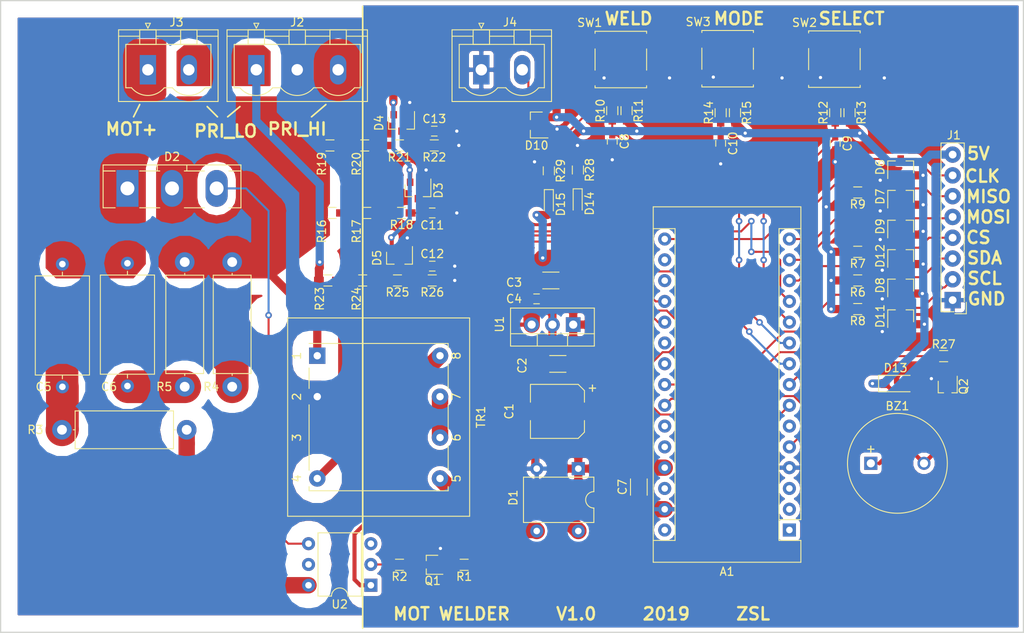
<source format=kicad_pcb>
(kicad_pcb (version 20171130) (host pcbnew "(5.0.0-rc2-204-g01c2d93a8)")
  (layers (0 F.Cu signal) (31 B.Cu signal) (34 B.Paste user) (35 F.Paste user) (36 B.SilkS user) (37 F.SilkS user) (38 B.Mask user) (39 F.Mask user) (44 Edge.Cuts user))
  (net 0 "")
  (net 1 "Net-(D2-Pad3)")
  (net 2 "Net-(TR1-Pad6)")
  (net 3 PRI_LO)
  (net 4 GND)
  (net 5 PRI_HI)
  (net 6 MOT_+)
  (net 7 "Net-(BZ1-Pad2)")
  (net 8 "Net-(Q1-Pad1)")
  (net 9 "Net-(Q2-Pad1)")
  (net 10 SELECT_BUTTON)
  (net 11 PRIMARY_B_AI)
  (net 12 MOT_EN)
  (net 13 MODE_BUTTON)
  (net 14 BUZZ_PWM)
  (net 15 +5V)
  (net 16 WELD_BUTTON_OUT)
  (net 17 WELD_BUTTON)
  (net 18 PRIMARY_A_AI)
  (net 19 "Net-(R12-Pad2)")
  (net 20 "Net-(R14-Pad2)")
  (net 21 MISO)
  (net 22 "Net-(R20-Pad1)")
  (net 23 SDA)
  (net 24 CS)
  (net 25 SCL)
  (net 26 DEBUG_LED_EN)
  (net 27 "Net-(U2-Pad3)")
  (net 28 "Net-(U2-Pad5)")
  (net 29 "Net-(C5-Pad1)")
  (net 30 CLK)
  (net 31 MOSI)
  (net 32 "Net-(A1-Pad30)")
  (net 33 "Net-(A1-Pad28)")
  (net 34 "Net-(A1-Pad26)")
  (net 35 "Net-(A1-Pad25)")
  (net 36 "Net-(A1-Pad22)")
  (net 37 "Net-(A1-Pad6)")
  (net 38 "Net-(A1-Pad21)")
  (net 39 "Net-(A1-Pad3)")
  (net 40 "Net-(A1-Pad18)")
  (net 41 "Net-(A1-Pad2)")
  (net 42 "Net-(A1-Pad17)")
  (net 43 "Net-(A1-Pad1)")
  (net 44 "Net-(D1-Pad3)")
  (net 45 "Net-(D1-Pad4)")
  (net 46 "Net-(C1-Pad1)")
  (net 47 "Net-(Q1-Pad3)")
  (net 48 ZERO_CROSS)
  (net 49 "Net-(C6-Pad1)")
  (net 50 "Net-(R3-Pad2)")
  (net 51 "Net-(R2-Pad2)")
  (net 52 "Net-(R16-Pad1)")
  (net 53 "Net-(R17-Pad1)")
  (net 54 "Net-(R19-Pad1)")
  (net 55 "Net-(D15-Pad1)")
  (net 56 "Net-(R23-Pad1)")
  (net 57 "Net-(R24-Pad1)")
  (net 58 "Net-(D14-Pad1)")
  (module Resistors_THT:R_Axial_DIN0414_L11.9mm_D4.5mm_P15.24mm_Horizontal (layer F.Cu) (at 67.5 79.75 270)
    (fp_text reference R5 (at 15.25 2.5 180) (layer F.SilkS))
    (fp_text value 39R)
    (pad 2 thru_hole oval (at 15.24 0 270) (size 2.4 2.4) (drill 1.2) (layers *.Cu *.Mask) (net 49 "Net-(C6-Pad1)"))
    (pad 1 thru_hole circle (at 0 0 270) (size 2.4 2.4) (drill 1.2) (layers *.Cu *.Mask) (net 5 PRI_HI))
  )
  (module Resistors_THT:R_Axial_DIN0414_L11.9mm_D4.5mm_P15.24mm_Horizontal (layer F.Cu) (at 73.3 79.75 270)
    (fp_text reference R4 (at 15.25 2.55) (layer F.SilkS))
    (fp_text value 470R)
    (pad 2 thru_hole oval (at 15.24 0 270) (size 2.4 2.4) (drill 1.2) (layers *.Cu *.Mask) (net 29 "Net-(C5-Pad1)"))
    (pad 1 thru_hole circle (at 0 0 270) (size 2.4 2.4) (drill 1.2) (layers *.Cu *.Mask) (net 5 PRI_HI))
  )
  (module Capacitors_SMD:C_0603 (layer F.Cu) (at 98 63.75)
    (fp_text reference C13 (at 0 -1.5) (layer F.SilkS))
    (fp_text value 10nF)
    (pad 2 smd rect (at 0.75 0) (size 0.8 0.75) (layers F.Cu F.Paste F.Mask) (net 4 GND))
    (pad 1 smd rect (at -0.75 0) (size 0.8 0.75) (layers F.Cu F.Paste F.Mask) (net 18 PRIMARY_A_AI))
  )
  (module Capacitors_SMD:CP_Elec_6.3x7.7 (layer F.Cu) (at 113.05 98 180)
    (fp_text reference C1 (at 5.9 0 270) (layer F.SilkS))
    (fp_text value 47u)
    (fp_text user + (at -4.28 2.91 180) (layer F.SilkS))
    (pad 2 smd rect (at 2.7 0) (size 3.5 1.6) (layers F.Cu F.Paste F.Mask) (net 4 GND))
    (pad 1 smd rect (at -2.7 0) (size 3.5 1.6) (layers F.Cu F.Paste F.Mask) (net 46 "Net-(C1-Pad1)"))
  )
  (module Capacitors_SMD:C_0603 (layer F.Cu) (at 147 65.25 270)
    (fp_text reference C9 (at 0 -1.5 270) (layer F.SilkS))
    (fp_text value 10nF)
    (pad 2 smd rect (at 0.75 0 270) (size 0.8 0.75) (layers F.Cu F.Paste F.Mask) (net 4 GND))
    (pad 1 smd rect (at -0.75 0 270) (size 0.8 0.75) (layers F.Cu F.Paste F.Mask) (net 10 SELECT_BUTTON))
  )
  (module Capacitors_SMD:C_0603 (layer F.Cu) (at 97.75 73.75)
    (fp_text reference C11 (at 0 1.5) (layer F.SilkS))
    (fp_text value 10nF)
    (pad 1 smd rect (at -0.75 0) (size 0.8 0.75) (layers F.Cu F.Paste F.Mask) (net 48 ZERO_CROSS))
    (pad 2 smd rect (at 0.75 0) (size 0.8 0.75) (layers F.Cu F.Paste F.Mask) (net 4 GND))
  )
  (module Capacitors_SMD:C_0603 (layer F.Cu) (at 133 65.25 270)
    (fp_text reference C10 (at 0 -1.5 270) (layer F.SilkS))
    (fp_text value 10nF)
    (pad 2 smd rect (at 0.75 0 270) (size 0.8 0.75) (layers F.Cu F.Paste F.Mask) (net 4 GND))
    (pad 1 smd rect (at -0.75 0 270) (size 0.8 0.75) (layers F.Cu F.Paste F.Mask) (net 13 MODE_BUTTON))
  )
  (module Capacitors_SMD:C_0603 (layer F.Cu) (at 97.75 80.25)
    (fp_text reference C12 (at 0 -1.5) (layer F.SilkS))
    (fp_text value 10nF)
    (pad 1 smd rect (at -0.75 0) (size 0.8 0.75) (layers F.Cu F.Paste F.Mask) (net 11 PRIMARY_B_AI))
    (pad 2 smd rect (at 0.75 0) (size 0.8 0.75) (layers F.Cu F.Paste F.Mask) (net 4 GND))
  )
  (module Capacitors_SMD:C_1206_HandSoldering (layer F.Cu) (at 112.25 82)
    (fp_text reference C3 (at -4.5 0.25) (layer F.SilkS))
    (fp_text value 10uF)
    (pad 1 smd rect (at -2 0) (size 2 1.6) (layers F.Cu F.Paste F.Mask) (net 15 +5V))
    (pad 2 smd rect (at 2 0) (size 2 1.6) (layers F.Cu F.Paste F.Mask) (net 4 GND))
  )
  (module Capacitors_SMD:C_1206_HandSoldering (layer F.Cu) (at 113.1 92.2 180)
    (fp_text reference C2 (at 4.35 -0.2 270) (layer F.SilkS))
    (fp_text value 10uF)
    (pad 2 smd rect (at 2 0 180) (size 2 1.6) (layers F.Cu F.Paste F.Mask) (net 4 GND))
    (pad 1 smd rect (at -2 0 180) (size 2 1.6) (layers F.Cu F.Paste F.Mask) (net 46 "Net-(C1-Pad1)"))
  )
  (module Capacitors_THT:C_Axial_L12.0mm_D6.5mm_P15.00mm_Horizontal (layer F.Cu) (at 60.5 94.9 90)
    (fp_text reference C6 (at -0.1 -2.25) (layer F.SilkS))
    (fp_text value 0.1uF)
    (pad 1 thru_hole circle (at 0 0 90) (size 1.6 1.6) (drill 0.8) (layers *.Cu *.Mask) (net 49 "Net-(C6-Pad1)"))
    (pad 2 thru_hole oval (at 15 0 90) (size 1.6 1.6) (drill 0.8) (layers *.Cu *.Mask) (net 6 MOT_+))
  )
  (module Capacitors_THT:C_Axial_L12.0mm_D6.5mm_P15.00mm_Horizontal (layer F.Cu) (at 52.55 95 90)
    (fp_text reference C5 (at 0 -2.3) (layer F.SilkS))
    (fp_text value 0.047uF)
    (pad 2 thru_hole oval (at 15 0 90) (size 1.6 1.6) (drill 0.8) (layers *.Cu *.Mask) (net 6 MOT_+))
    (pad 1 thru_hole circle (at 0 0 90) (size 1.6 1.6) (drill 0.8) (layers *.Cu *.Mask) (net 29 "Net-(C5-Pad1)"))
  )
  (module Connectors_Phoenix:PhoenixContact_MSTBVA-G_02x5.00mm_Vertical (layer F.Cu) (at 103.75 56.25)
    (fp_text reference J4 (at 3.5 -5.8) (layer F.SilkS))
    (fp_text value Screw_Terminal_01x02)
    (pad 2 thru_hole oval (at 5 0) (size 2 3.6) (drill 1.4) (layers *.Cu *.Mask) (net 16 WELD_BUTTON_OUT))
    (pad 1 thru_hole rect (at 0 0) (size 2 3.6) (drill 1.4) (layers *.Cu *.Mask) (net 4 GND))
  )
  (module Connectors_Phoenix:PhoenixContact_MSTBVA-G_03x5.00mm_Vertical (layer F.Cu) (at 76.25 56.25)
    (fp_text reference J2 (at 5 -5.8) (layer F.SilkS))
    (fp_text value Screw_Terminal_01x03)
    (pad 3 thru_hole oval (at 10 0) (size 2 3.6) (drill 1.4) (layers *.Cu *.Mask) (net 5 PRI_HI))
    (pad 2 thru_hole oval (at 5 0) (size 2 3.6) (drill 1.4) (layers *.Cu *.Mask) (net 4 GND))
    (pad 1 thru_hole rect (at 0 0) (size 2 3.6) (drill 1.4) (layers *.Cu *.Mask) (net 3 PRI_LO))
  )
  (module Connectors_Samtec:SL-108-X-XX_1x08 (layer F.Cu) (at 161.35 84.4 180)
    (fp_text reference J1 (at -0.15 20.15) (layer F.SilkS))
    (fp_text value Conn_01x08)
    (pad 8 thru_hole circle (at 0 17.78 180) (size 2 2) (drill 0.95) (layers *.Cu *.Mask) (net 15 +5V))
    (pad 7 thru_hole circle (at 0 15.24 180) (size 2 2) (drill 0.95) (layers *.Cu *.Mask) (net 30 CLK))
    (pad 6 thru_hole circle (at 0 12.7 180) (size 2 2) (drill 0.95) (layers *.Cu *.Mask) (net 21 MISO))
    (pad 5 thru_hole circle (at 0 10.16 180) (size 2 2) (drill 0.95) (layers *.Cu *.Mask) (net 31 MOSI))
    (pad 4 thru_hole circle (at 0 7.62 180) (size 2 2) (drill 0.95) (layers *.Cu *.Mask) (net 24 CS))
    (pad 3 thru_hole circle (at 0 5.08 180) (size 2 2) (drill 0.95) (layers *.Cu *.Mask) (net 23 SDA))
    (pad 2 thru_hole circle (at 0 2.54 180) (size 2 2) (drill 0.95) (layers *.Cu *.Mask) (net 25 SCL))
    (pad 1 thru_hole rect (at 0 0 180) (size 2 2) (drill 0.95) (layers *.Cu *.Mask) (net 4 GND))
  )
  (module Diodes_SMD:D_SOD-123F (layer F.Cu) (at 154.5 94.6)
    (fp_text reference D13 (at -0.127 -1.905) (layer F.SilkS))
    (fp_text value D)
    (pad 2 smd rect (at 1.4 0) (size 1.1 1.1) (layers F.Cu F.Paste F.Mask) (net 7 "Net-(BZ1-Pad2)"))
    (pad 1 smd rect (at -1.4 0) (size 1.1 1.1) (layers F.Cu F.Paste F.Mask) (net 15 +5V))
  )
  (module Diodes_THT:Diode_Bridge_DIP-4_W7.62mm_P5.08mm (layer F.Cu) (at 115.6 105 270)
    (fp_text reference D1 (at 3.55 7.95 270) (layer F.SilkS))
    (fp_text value D_Bridge_+-AA)
    (pad 1 thru_hole rect (at 0 0 270) (size 1.6 1.6) (drill 0.8) (layers *.Cu *.Mask) (net 46 "Net-(C1-Pad1)"))
    (pad 3 thru_hole oval (at 7.62 5.08 270) (size 1.6 1.6) (drill 0.8) (layers *.Cu *.Mask) (net 44 "Net-(D1-Pad3)"))
    (pad 2 thru_hole oval (at 0 5.08 270) (size 1.6 1.6) (drill 0.8) (layers *.Cu *.Mask) (net 4 GND))
    (pad 4 thru_hole oval (at 7.62 0 270) (size 1.6 1.6) (drill 0.8) (layers *.Cu *.Mask) (net 45 "Net-(D1-Pad4)"))
  )
  (module LEDs:LED_0603_HandSoldering (layer F.Cu) (at 112 72.7 270)
    (fp_text reference D15 (at 0 -1.45 270) (layer F.SilkS))
    (fp_text value LED)
    (pad 1 smd rect (at -1.1 0 270) (size 1.2 0.9) (layers F.Cu F.Paste F.Mask) (net 55 "Net-(D15-Pad1)"))
    (pad 2 smd rect (at 1.1 0 270) (size 1.2 0.9) (layers F.Cu F.Paste F.Mask) (net 15 +5V))
  )
  (module LEDs:LED_0603_HandSoldering (layer F.Cu) (at 115.524999 72.6 270)
    (fp_text reference D14 (at 0 -1.45 270) (layer F.SilkS))
    (fp_text value LED)
    (pad 2 smd rect (at 1.1 0 270) (size 1.2 0.9) (layers F.Cu F.Paste F.Mask) (net 26 DEBUG_LED_EN))
    (pad 1 smd rect (at -1.1 0 270) (size 1.2 0.9) (layers F.Cu F.Paste F.Mask) (net 58 "Net-(D14-Pad1)"))
  )
  (module Resistors_SMD:R_0603_HandSoldering (layer F.Cu) (at 115.55 68.5 270)
    (fp_text reference R28 (at 0 -1.45 270) (layer F.SilkS))
    (fp_text value 360R)
    (pad 1 smd rect (at -1.1 0 270) (size 1.2 0.9) (layers F.Cu F.Paste F.Mask) (net 4 GND))
    (pad 2 smd rect (at 1.1 0 270) (size 1.2 0.9) (layers F.Cu F.Paste F.Mask) (net 58 "Net-(D14-Pad1)"))
  )
  (module Resistors_SMD:R_0603_HandSoldering (layer F.Cu) (at 160.25 91.25)
    (fp_text reference R27 (at 0 -1.45) (layer F.SilkS))
    (fp_text value 10k)
    (pad 2 smd rect (at 1.1 0) (size 1.2 0.9) (layers F.Cu F.Paste F.Mask) (net 9 "Net-(Q2-Pad1)"))
    (pad 1 smd rect (at -1.1 0) (size 1.2 0.9) (layers F.Cu F.Paste F.Mask) (net 14 BUZZ_PWM))
  )
  (module Resistors_SMD:R_0603_HandSoldering (layer F.Cu) (at 94 73.75 180)
    (fp_text reference R18 (at 0 -1.45 180) (layer F.SilkS))
    (fp_text value 165k)
    (pad 1 smd rect (at -1.1 0 180) (size 1.2 0.9) (layers F.Cu F.Paste F.Mask) (net 48 ZERO_CROSS))
    (pad 2 smd rect (at 1.1 0 180) (size 1.2 0.9) (layers F.Cu F.Paste F.Mask) (net 53 "Net-(R17-Pad1)"))
  )
  (module Resistors_SMD:R_0603_HandSoldering (layer F.Cu) (at 112 68.6 270)
    (fp_text reference R29 (at 0 -1.45 270) (layer F.SilkS))
    (fp_text value 360R)
    (pad 2 smd rect (at 1.1 0 270) (size 1.2 0.9) (layers F.Cu F.Paste F.Mask) (net 55 "Net-(D15-Pad1)"))
    (pad 1 smd rect (at -1.1 0 270) (size 1.2 0.9) (layers F.Cu F.Paste F.Mask) (net 4 GND))
  )
  (module Resistors_SMD:R_0603_HandSoldering (layer F.Cu) (at 85.25 65.5 180)
    (fp_text reference R19 (at 1 -2.25 270) (layer F.SilkS))
    (fp_text value 165k)
    (pad 1 smd rect (at -1.1 0 180) (size 1.2 0.9) (layers F.Cu F.Paste F.Mask) (net 54 "Net-(R19-Pad1)"))
    (pad 2 smd rect (at 1.1 0 180) (size 1.2 0.9) (layers F.Cu F.Paste F.Mask) (net 5 PRI_HI))
  )
  (module Resistors_SMD:R_0603_HandSoldering (layer F.Cu) (at 89.75 73.75 180)
    (fp_text reference R17 (at 1.25 -2.25 270) (layer F.SilkS))
    (fp_text value 165k)
    (pad 2 smd rect (at 1.1 0 180) (size 1.2 0.9) (layers F.Cu F.Paste F.Mask) (net 52 "Net-(R16-Pad1)"))
    (pad 1 smd rect (at -1.1 0 180) (size 1.2 0.9) (layers F.Cu F.Paste F.Mask) (net 53 "Net-(R17-Pad1)"))
  )
  (module Resistors_THT:R_Axial_DIN0414_L11.9mm_D4.5mm_P15.24mm_Horizontal (layer F.Cu) (at 52.5 100.25)
    (fp_text reference R3 (at -3.25 0) (layer F.SilkS))
    (fp_text value 360R)
    (pad 1 thru_hole circle (at 0 0) (size 2.4 2.4) (drill 1.2) (layers *.Cu *.Mask) (net 29 "Net-(C5-Pad1)"))
    (pad 2 thru_hole oval (at 15.24 0) (size 2.4 2.4) (drill 1.2) (layers *.Cu *.Mask) (net 50 "Net-(R3-Pad2)"))
  )
  (module TO_SOT_Packages_SMD:SOT-23 (layer F.Cu) (at 155 86.35 90)
    (fp_text reference D11 (at 0 -2.5 90) (layer F.SilkS))
    (fp_text value D_Schottky_x2_Serial_AKC)
    (pad 1 smd rect (at -1 -0.95 90) (size 0.9 0.8) (layers F.Cu F.Paste F.Mask) (net 4 GND))
    (pad 2 smd rect (at -1 0.95 90) (size 0.9 0.8) (layers F.Cu F.Paste F.Mask) (net 15 +5V))
    (pad 3 smd rect (at 1 0 90) (size 0.9 0.8) (layers F.Cu F.Paste F.Mask) (net 25 SCL))
  )
  (module TO_SOT_Packages_SMD:SOT-23 (layer F.Cu) (at 155 82.6 90)
    (fp_text reference D8 (at 0 -2.5 90) (layer F.SilkS))
    (fp_text value D_Schottky_x2_Serial_AKC)
    (pad 3 smd rect (at 1 0 90) (size 0.9 0.8) (layers F.Cu F.Paste F.Mask) (net 23 SDA))
    (pad 2 smd rect (at -1 0.95 90) (size 0.9 0.8) (layers F.Cu F.Paste F.Mask) (net 15 +5V))
    (pad 1 smd rect (at -1 -0.95 90) (size 0.9 0.8) (layers F.Cu F.Paste F.Mask) (net 4 GND))
  )
  (module TO_SOT_Packages_SMD:SOT-23 (layer F.Cu) (at 155 75.4 90)
    (fp_text reference D9 (at 0 -2.5 90) (layer F.SilkS))
    (fp_text value D_Schottky_x2_Serial_AKC)
    (pad 1 smd rect (at -1 -0.95 90) (size 0.9 0.8) (layers F.Cu F.Paste F.Mask) (net 4 GND))
    (pad 2 smd rect (at -1 0.95 90) (size 0.9 0.8) (layers F.Cu F.Paste F.Mask) (net 15 +5V))
    (pad 3 smd rect (at 1 0 90) (size 0.9 0.8) (layers F.Cu F.Paste F.Mask) (net 31 MOSI))
  )
  (module TO_SOT_Packages_SMD:SOT-23 (layer F.Cu) (at 94 62.75 270)
    (fp_text reference D4 (at 0 2.75 270) (layer F.SilkS))
    (fp_text value D_Schottky_x2_Serial_AKC)
    (pad 3 smd rect (at 1 0 270) (size 0.9 0.8) (layers F.Cu F.Paste F.Mask) (net 18 PRIMARY_A_AI))
    (pad 2 smd rect (at -1 0.95 270) (size 0.9 0.8) (layers F.Cu F.Paste F.Mask) (net 15 +5V))
    (pad 1 smd rect (at -1 -0.95 270) (size 0.9 0.8) (layers F.Cu F.Paste F.Mask) (net 4 GND))
  )
  (module TO_SOT_Packages_SMD:SOT-23 (layer F.Cu) (at 93.75 79.25 270)
    (fp_text reference D5 (at 0 2.75 270) (layer F.SilkS))
    (fp_text value D_Schottky_x2_Serial_AKC)
    (pad 1 smd rect (at -1 -0.95 270) (size 0.9 0.8) (layers F.Cu F.Paste F.Mask) (net 4 GND))
    (pad 2 smd rect (at -1 0.95 270) (size 0.9 0.8) (layers F.Cu F.Paste F.Mask) (net 15 +5V))
    (pad 3 smd rect (at 1 0 270) (size 0.9 0.8) (layers F.Cu F.Paste F.Mask) (net 11 PRIMARY_B_AI))
  )
  (module TO_SOT_Packages_SMD:SOT-23 (layer F.Cu) (at 110.5 63 180)
    (fp_text reference D10 (at 0 -2.5 180) (layer F.SilkS))
    (fp_text value D_Schottky_x2_Serial_AKC)
    (pad 3 smd rect (at 1 0 180) (size 0.9 0.8) (layers F.Cu F.Paste F.Mask) (net 16 WELD_BUTTON_OUT))
    (pad 2 smd rect (at -1 0.95 180) (size 0.9 0.8) (layers F.Cu F.Paste F.Mask) (net 15 +5V))
    (pad 1 smd rect (at -1 -0.95 180) (size 0.9 0.8) (layers F.Cu F.Paste F.Mask) (net 4 GND))
  )
  (module TO_SOT_Packages_SMD:SOT-23 (layer F.Cu) (at 155 79 90)
    (fp_text reference D12 (at 0 -2.5 90) (layer F.SilkS))
    (fp_text value D_Schottky_x2_Serial_AKC)
    (pad 1 smd rect (at -1 -0.95 90) (size 0.9 0.8) (layers F.Cu F.Paste F.Mask) (net 4 GND))
    (pad 2 smd rect (at -1 0.95 90) (size 0.9 0.8) (layers F.Cu F.Paste F.Mask) (net 15 +5V))
    (pad 3 smd rect (at 1 0 90) (size 0.9 0.8) (layers F.Cu F.Paste F.Mask) (net 24 CS))
  )
  (module TO_SOT_Packages_SMD:SOT-23 (layer F.Cu) (at 155 68.15 90)
    (fp_text reference D6 (at 0 -2.5 90) (layer F.SilkS))
    (fp_text value D_Schottky_x2_Serial_AKC)
    (pad 3 smd rect (at 1 0 90) (size 0.9 0.8) (layers F.Cu F.Paste F.Mask) (net 30 CLK))
    (pad 2 smd rect (at -1 0.95 90) (size 0.9 0.8) (layers F.Cu F.Paste F.Mask) (net 15 +5V))
    (pad 1 smd rect (at -1 -0.95 90) (size 0.9 0.8) (layers F.Cu F.Paste F.Mask) (net 4 GND))
  )
  (module TO_SOT_Packages_SMD:SOT-23 (layer F.Cu) (at 155 71.75 90)
    (fp_text reference D7 (at 0 -2.5 90) (layer F.SilkS))
    (fp_text value D_Schottky_x2_Serial_AKC)
    (pad 1 smd rect (at -1 -0.95 90) (size 0.9 0.8) (layers F.Cu F.Paste F.Mask) (net 4 GND))
    (pad 2 smd rect (at -1 0.95 90) (size 0.9 0.8) (layers F.Cu F.Paste F.Mask) (net 15 +5V))
    (pad 3 smd rect (at 1 0 90) (size 0.9 0.8) (layers F.Cu F.Paste F.Mask) (net 21 MISO))
  )
  (module TO_SOT_Packages_SMD:SOT-23 (layer F.Cu) (at 96 71 270)
    (fp_text reference D3 (at 0 -2.5 270) (layer F.SilkS))
    (fp_text value D_Schottky_x2_Serial_AKC)
    (pad 3 smd rect (at 1 0 270) (size 0.9 0.8) (layers F.Cu F.Paste F.Mask) (net 48 ZERO_CROSS))
    (pad 2 smd rect (at -1 0.95 270) (size 0.9 0.8) (layers F.Cu F.Paste F.Mask) (net 15 +5V))
    (pad 1 smd rect (at -1 -0.95 270) (size 0.9 0.8) (layers F.Cu F.Paste F.Mask) (net 4 GND))
  )
  (module TO_SOT_Packages_THT:TO-280_Vertical (layer F.Cu) (at 60.5 70.75)
    (fp_text reference D2 (at 5.45 -3.87) (layer F.SilkS))
    (fp_text value Q_TRIAC_A1A2G)
    (pad 3 thru_hole oval (at 10.9 0) (size 2.7 4.5) (drill 1.7) (layers *.Cu *.Mask) (net 1 "Net-(D2-Pad3)"))
    (pad 2 thru_hole oval (at 5.45 0) (size 2.7 4.5) (drill 1.7) (layers *.Cu *.Mask) (net 5 PRI_HI))
    (pad 1 thru_hole rect (at 0 0) (size 2.7 4.5) (drill 1.7) (layers *.Cu *.Mask) (net 6 MOT_+))
  )
  (module Buttons_Switches_SMD:SW_SPST_B3S-1000 (layer F.Cu) (at 133.85 54.9)
    (fp_text reference SW3 (at -3.6 -4.5) (layer F.SilkS))
    (fp_text value SW_Push)
    (pad 2 smd rect (at 3.975 2.25) (size 1.55 1.3) (layers F.Cu F.Paste F.Mask) (net 4 GND))
    (pad 2 smd rect (at -3.975 2.25) (size 1.55 1.3) (layers F.Cu F.Paste F.Mask) (net 4 GND))
    (pad 1 smd rect (at 3.975 -2.25) (size 1.55 1.3) (layers F.Cu F.Paste F.Mask) (net 20 "Net-(R14-Pad2)"))
    (pad 1 smd rect (at -3.975 -2.25) (size 1.55 1.3) (layers F.Cu F.Paste F.Mask) (net 20 "Net-(R14-Pad2)"))
  )
  (module Buttons_Switches_SMD:SW_SPST_B3S-1000 (layer F.Cu) (at 146.9 54.95)
    (fp_text reference SW2 (at -3.65 -4.45) (layer F.SilkS))
    (fp_text value SW_Push)
    (pad 1 smd rect (at -3.975 -2.25) (size 1.55 1.3) (layers F.Cu F.Paste F.Mask) (net 19 "Net-(R12-Pad2)"))
    (pad 1 smd rect (at 3.975 -2.25) (size 1.55 1.3) (layers F.Cu F.Paste F.Mask) (net 19 "Net-(R12-Pad2)"))
    (pad 2 smd rect (at -3.975 2.25) (size 1.55 1.3) (layers F.Cu F.Paste F.Mask) (net 4 GND))
    (pad 2 smd rect (at 3.975 2.25) (size 1.55 1.3) (layers F.Cu F.Paste F.Mask) (net 4 GND))
  )
  (module Buttons_Switches_SMD:SW_SPST_B3S-1000 (layer F.Cu) (at 120.8 55)
    (fp_text reference SW1 (at -3.8 -4.5) (layer F.SilkS))
    (fp_text value SW_Push)
    (pad 2 smd rect (at 3.975 2.25) (size 1.55 1.3) (layers F.Cu F.Paste F.Mask) (net 4 GND))
    (pad 2 smd rect (at -3.975 2.25) (size 1.55 1.3) (layers F.Cu F.Paste F.Mask) (net 4 GND))
    (pad 1 smd rect (at 3.975 -2.25) (size 1.55 1.3) (layers F.Cu F.Paste F.Mask) (net 16 WELD_BUTTON_OUT))
    (pad 1 smd rect (at -3.975 -2.25) (size 1.55 1.3) (layers F.Cu F.Paste F.Mask) (net 16 WELD_BUTTON_OUT))
  )
  (module Buzzers_Beepers:MagneticBuzzer_ProSignal_ABT-410-RC (layer F.Cu) (at 151.35 104.35)
    (fp_text reference BZ1 (at 3.25 -7) (layer F.SilkS))
    (fp_text value Buzzer)
    (fp_text user + (at 0 -1.8) (layer F.SilkS))
    (pad 2 thru_hole circle (at 6.5 0) (size 1.6 1.6) (drill 1) (layers *.Cu *.Mask) (net 7 "Net-(BZ1-Pad2)"))
    (pad 1 thru_hole rect (at 0 0) (size 1.6 1.6) (drill 1) (layers *.Cu *.Mask) (net 15 +5V))
  )
  (module Capacitors_SMD:C_0603 (layer F.Cu) (at 110.5 84.25)
    (fp_text reference C4 (at -2.75 0) (layer F.SilkS))
    (fp_text value 10nF)
    (pad 1 smd rect (at -0.75 0) (size 0.8 0.75) (layers F.Cu F.Paste F.Mask) (net 15 +5V))
    (pad 2 smd rect (at 0.75 0) (size 0.8 0.75) (layers F.Cu F.Paste F.Mask) (net 4 GND))
  )
  (module Capacitors_SMD:C_0603 (layer F.Cu) (at 119.75 65 270)
    (fp_text reference C8 (at 0 -1.5 270) (layer F.SilkS))
    (fp_text value 10nF)
    (pad 1 smd rect (at -0.75 0 270) (size 0.8 0.75) (layers F.Cu F.Paste F.Mask) (net 17 WELD_BUTTON))
    (pad 2 smd rect (at 0.75 0 270) (size 0.8 0.75) (layers F.Cu F.Paste F.Mask) (net 4 GND))
  )
  (module Capacitors_SMD:C_1206_HandSoldering (layer F.Cu) (at 123 107.25 270)
    (fp_text reference C7 (at 0 2 270) (layer F.SilkS))
    (fp_text value 10uF)
    (pad 1 smd rect (at -2 0 270) (size 2 1.6) (layers F.Cu F.Paste F.Mask) (net 15 +5V))
    (pad 2 smd rect (at 2 0 270) (size 2 1.6) (layers F.Cu F.Paste F.Mask) (net 4 GND))
  )
  (module Connectors_Phoenix:PhoenixContact_MSTBVA-G_02x5.00mm_Vertical (layer F.Cu) (at 63 56.25)
    (fp_text reference J3 (at 3.5 -5.8) (layer F.SilkS))
    (fp_text value Screw_Terminal_01x02)
    (pad 2 thru_hole oval (at 5 0) (size 2 3.6) (drill 1.4) (layers *.Cu *.Mask) (net 3 PRI_LO))
    (pad 1 thru_hole rect (at 0 0) (size 2 3.6) (drill 1.4) (layers *.Cu *.Mask) (net 6 MOT_+))
  )
  (module Housings_DIP:DIP-6_W7.62mm (layer F.Cu) (at 90.25 119.25 180)
    (fp_text reference U2 (at 3.81 -2.33 180) (layer F.SilkS))
    (fp_text value MOC3052M)
    (pad 6 thru_hole oval (at 7.62 0 180) (size 1.6 1.6) (drill 0.8) (layers *.Cu *.Mask) (net 50 "Net-(R3-Pad2)"))
    (pad 3 thru_hole oval (at 0 5.08 180) (size 1.6 1.6) (drill 0.8) (layers *.Cu *.Mask) (net 27 "Net-(U2-Pad3)"))
    (pad 5 thru_hole oval (at 7.62 2.54 180) (size 1.6 1.6) (drill 0.8) (layers *.Cu *.Mask) (net 28 "Net-(U2-Pad5)"))
    (pad 2 thru_hole oval (at 0 2.54 180) (size 1.6 1.6) (drill 0.8) (layers *.Cu *.Mask) (net 51 "Net-(R2-Pad2)"))
    (pad 4 thru_hole oval (at 7.62 5.08 180) (size 1.6 1.6) (drill 0.8) (layers *.Cu *.Mask) (net 1 "Net-(D2-Pad3)"))
    (pad 1 thru_hole rect (at 0 0 180) (size 1.6 1.6) (drill 0.8) (layers *.Cu *.Mask) (net 15 +5V))
  )
  (module Modules:Arduino_Nano (layer F.Cu) (at 141.4 112.5 180)
    (fp_text reference A1 (at 7.62 -5.08 180) (layer F.SilkS))
    (fp_text value Arduino_Nano_v3.x)
    (pad 16 thru_hole oval (at 15.24 35.56 180) (size 1.6 1.6) (drill 0.8) (layers *.Cu *.Mask) (net 30 CLK))
    (pad 15 thru_hole oval (at 0 35.56 180) (size 1.6 1.6) (drill 0.8) (layers *.Cu *.Mask) (net 21 MISO))
    (pad 30 thru_hole oval (at 15.24 0 180) (size 1.6 1.6) (drill 0.8) (layers *.Cu *.Mask) (net 32 "Net-(A1-Pad30)"))
    (pad 14 thru_hole oval (at 0 33.02 180) (size 1.6 1.6) (drill 0.8) (layers *.Cu *.Mask) (net 31 MOSI))
    (pad 29 thru_hole oval (at 15.24 2.54 180) (size 1.6 1.6) (drill 0.8) (layers *.Cu *.Mask) (net 4 GND))
    (pad 13 thru_hole oval (at 0 30.48 180) (size 1.6 1.6) (drill 0.8) (layers *.Cu *.Mask) (net 24 CS))
    (pad 28 thru_hole oval (at 15.24 5.08 180) (size 1.6 1.6) (drill 0.8) (layers *.Cu *.Mask) (net 33 "Net-(A1-Pad28)"))
    (pad 12 thru_hole oval (at 0 27.94 180) (size 1.6 1.6) (drill 0.8) (layers *.Cu *.Mask) (net 17 WELD_BUTTON))
    (pad 27 thru_hole oval (at 15.24 7.62 180) (size 1.6 1.6) (drill 0.8) (layers *.Cu *.Mask) (net 15 +5V))
    (pad 11 thru_hole oval (at 0 25.4 180) (size 1.6 1.6) (drill 0.8) (layers *.Cu *.Mask) (net 10 SELECT_BUTTON))
    (pad 26 thru_hole oval (at 15.24 10.16 180) (size 1.6 1.6) (drill 0.8) (layers *.Cu *.Mask) (net 34 "Net-(A1-Pad26)"))
    (pad 10 thru_hole oval (at 0 22.86 180) (size 1.6 1.6) (drill 0.8) (layers *.Cu *.Mask) (net 13 MODE_BUTTON))
    (pad 25 thru_hole oval (at 15.24 12.7 180) (size 1.6 1.6) (drill 0.8) (layers *.Cu *.Mask) (net 35 "Net-(A1-Pad25)"))
    (pad 9 thru_hole oval (at 0 20.32 180) (size 1.6 1.6) (drill 0.8) (layers *.Cu *.Mask) (net 26 DEBUG_LED_EN))
    (pad 24 thru_hole oval (at 15.24 15.24 180) (size 1.6 1.6) (drill 0.8) (layers *.Cu *.Mask) (net 25 SCL))
    (pad 8 thru_hole oval (at 0 17.78 180) (size 1.6 1.6) (drill 0.8) (layers *.Cu *.Mask) (net 14 BUZZ_PWM))
    (pad 23 thru_hole oval (at 15.24 17.78 180) (size 1.6 1.6) (drill 0.8) (layers *.Cu *.Mask) (net 23 SDA))
    (pad 7 thru_hole oval (at 0 15.24 180) (size 1.6 1.6) (drill 0.8) (layers *.Cu *.Mask) (net 12 MOT_EN))
    (pad 22 thru_hole oval (at 15.24 20.32 180) (size 1.6 1.6) (drill 0.8) (layers *.Cu *.Mask) (net 36 "Net-(A1-Pad22)"))
    (pad 6 thru_hole oval (at 0 12.7 180) (size 1.6 1.6) (drill 0.8) (layers *.Cu *.Mask) (net 37 "Net-(A1-Pad6)"))
    (pad 21 thru_hole oval (at 15.24 22.86 180) (size 1.6 1.6) (drill 0.8) (layers *.Cu *.Mask) (net 38 "Net-(A1-Pad21)"))
    (pad 5 thru_hole oval (at 0 10.16 180) (size 1.6 1.6) (drill 0.8) (layers *.Cu *.Mask) (net 48 ZERO_CROSS))
    (pad 20 thru_hole oval (at 15.24 25.4 180) (size 1.6 1.6) (drill 0.8) (layers *.Cu *.Mask) (net 11 PRIMARY_B_AI))
    (pad 4 thru_hole oval (at 0 7.62 180) (size 1.6 1.6) (drill 0.8) (layers *.Cu *.Mask) (net 4 GND))
    (pad 19 thru_hole oval (at 15.24 27.94 180) (size 1.6 1.6) (drill 0.8) (layers *.Cu *.Mask) (net 18 PRIMARY_A_AI))
    (pad 3 thru_hole oval (at 0 5.08 180) (size 1.6 1.6) (drill 0.8) (layers *.Cu *.Mask) (net 39 "Net-(A1-Pad3)"))
    (pad 18 thru_hole oval (at 15.24 30.48 180) (size 1.6 1.6) (drill 0.8) (layers *.Cu *.Mask) (net 40 "Net-(A1-Pad18)"))
    (pad 2 thru_hole oval (at 0 2.54 180) (size 1.6 1.6) (drill 0.8) (layers *.Cu *.Mask) (net 41 "Net-(A1-Pad2)"))
    (pad 17 thru_hole oval (at 15.24 33.02 180) (size 1.6 1.6) (drill 0.8) (layers *.Cu *.Mask) (net 42 "Net-(A1-Pad17)"))
    (pad 1 thru_hole rect (at 0 0 180) (size 1.6 1.6) (drill 0.8) (layers *.Cu *.Mask) (net 43 "Net-(A1-Pad1)"))
  )
  (module Resistors_SMD:R_0603_HandSoldering (layer F.Cu) (at 97.75 82 180)
    (fp_text reference R26 (at 0 -1.45 180) (layer F.SilkS))
    (fp_text value 14k7)
    (pad 2 smd rect (at 1.1 0 180) (size 1.2 0.9) (layers F.Cu F.Paste F.Mask) (net 11 PRIMARY_B_AI))
    (pad 1 smd rect (at -1.1 0 180) (size 1.2 0.9) (layers F.Cu F.Paste F.Mask) (net 4 GND))
  )
  (module Resistors_SMD:R_0603_HandSoldering (layer F.Cu) (at 93.5 82 180)
    (fp_text reference R25 (at 0 -1.45 180) (layer F.SilkS))
    (fp_text value 165k)
    (pad 1 smd rect (at -1.1 0 180) (size 1.2 0.9) (layers F.Cu F.Paste F.Mask) (net 11 PRIMARY_B_AI))
    (pad 2 smd rect (at 1.1 0 180) (size 1.2 0.9) (layers F.Cu F.Paste F.Mask) (net 57 "Net-(R24-Pad1)"))
  )
  (module Resistors_SMD:R_0603_HandSoldering (layer F.Cu) (at 89.25 82 180)
    (fp_text reference R24 (at 0.75 -2.25 270) (layer F.SilkS))
    (fp_text value 165k)
    (pad 2 smd rect (at 1.1 0 180) (size 1.2 0.9) (layers F.Cu F.Paste F.Mask) (net 56 "Net-(R23-Pad1)"))
    (pad 1 smd rect (at -1.1 0 180) (size 1.2 0.9) (layers F.Cu F.Paste F.Mask) (net 57 "Net-(R24-Pad1)"))
  )
  (module Resistors_SMD:R_0603_HandSoldering (layer F.Cu) (at 85 82 180)
    (fp_text reference R23 (at 1 -2.25 270) (layer F.SilkS))
    (fp_text value 165k)
    (pad 1 smd rect (at -1.1 0 180) (size 1.2 0.9) (layers F.Cu F.Paste F.Mask) (net 56 "Net-(R23-Pad1)"))
    (pad 2 smd rect (at 1.1 0 180) (size 1.2 0.9) (layers F.Cu F.Paste F.Mask) (net 3 PRI_LO))
  )
  (module Resistors_SMD:R_0603_HandSoldering (layer F.Cu) (at 98 65.5 180)
    (fp_text reference R22 (at 0 -1.45 180) (layer F.SilkS))
    (fp_text value 14k7)
    (pad 2 smd rect (at 1.1 0 180) (size 1.2 0.9) (layers F.Cu F.Paste F.Mask) (net 18 PRIMARY_A_AI))
    (pad 1 smd rect (at -1.1 0 180) (size 1.2 0.9) (layers F.Cu F.Paste F.Mask) (net 4 GND))
  )
  (module Resistors_SMD:R_0603_HandSoldering (layer F.Cu) (at 93.75 65.5 180)
    (fp_text reference R21 (at 0 -1.45 180) (layer F.SilkS))
    (fp_text value 165k)
    (pad 1 smd rect (at -1.1 0 180) (size 1.2 0.9) (layers F.Cu F.Paste F.Mask) (net 18 PRIMARY_A_AI))
    (pad 2 smd rect (at 1.1 0 180) (size 1.2 0.9) (layers F.Cu F.Paste F.Mask) (net 22 "Net-(R20-Pad1)"))
  )
  (module Resistors_SMD:R_0603_HandSoldering (layer F.Cu) (at 89.5 65.5 180)
    (fp_text reference R20 (at 1 -2.25 270) (layer F.SilkS))
    (fp_text value 165k)
    (pad 2 smd rect (at 1.1 0 180) (size 1.2 0.9) (layers F.Cu F.Paste F.Mask) (net 54 "Net-(R19-Pad1)"))
    (pad 1 smd rect (at -1.1 0 180) (size 1.2 0.9) (layers F.Cu F.Paste F.Mask) (net 22 "Net-(R20-Pad1)"))
  )
  (module Resistors_SMD:R_0603_HandSoldering (layer F.Cu) (at 85.5 73.75 180)
    (fp_text reference R16 (at 1.25 -2.25 270) (layer F.SilkS))
    (fp_text value 165k)
    (pad 1 smd rect (at -1.1 0 180) (size 1.2 0.9) (layers F.Cu F.Paste F.Mask) (net 52 "Net-(R16-Pad1)"))
    (pad 2 smd rect (at 1.1 0 180) (size 1.2 0.9) (layers F.Cu F.Paste F.Mask) (net 5 PRI_HI))
  )
  (module Resistors_SMD:R_0603_HandSoldering (layer F.Cu) (at 133 61.5 90)
    (fp_text reference R14 (at 0 -1.45 90) (layer F.SilkS))
    (fp_text value 10k)
    (pad 2 smd rect (at 1.1 0 90) (size 1.2 0.9) (layers F.Cu F.Paste F.Mask) (net 20 "Net-(R14-Pad2)"))
    (pad 1 smd rect (at -1.1 0 90) (size 1.2 0.9) (layers F.Cu F.Paste F.Mask) (net 13 MODE_BUTTON))
  )
  (module Resistors_SMD:R_0603_HandSoldering (layer F.Cu) (at 148.75 61.5 270)
    (fp_text reference R13 (at 0 -1.45 270) (layer F.SilkS))
    (fp_text value 10k)
    (pad 1 smd rect (at -1.1 0 270) (size 1.2 0.9) (layers F.Cu F.Paste F.Mask) (net 19 "Net-(R12-Pad2)"))
    (pad 2 smd rect (at 1.1 0 270) (size 1.2 0.9) (layers F.Cu F.Paste F.Mask) (net 15 +5V))
  )
  (module Resistors_SMD:R_0603_HandSoldering (layer F.Cu) (at 121.5 61.25 270)
    (fp_text reference R11 (at 0 -1.45 270) (layer F.SilkS))
    (fp_text value 10k)
    (pad 2 smd rect (at 1.1 0 270) (size 1.2 0.9) (layers F.Cu F.Paste F.Mask) (net 15 +5V))
    (pad 1 smd rect (at -1.1 0 270) (size 1.2 0.9) (layers F.Cu F.Paste F.Mask) (net 16 WELD_BUTTON_OUT))
  )
  (module Resistors_SMD:R_0603_HandSoldering (layer F.Cu) (at 134.75 61.5 270)
    (fp_text reference R15 (at 0 -1.45 270) (layer F.SilkS))
    (fp_text value 10k)
    (pad 1 smd rect (at -1.1 0 270) (size 1.2 0.9) (layers F.Cu F.Paste F.Mask) (net 20 "Net-(R14-Pad2)"))
    (pad 2 smd rect (at 1.1 0 270) (size 1.2 0.9) (layers F.Cu F.Paste F.Mask) (net 15 +5V))
  )
  (module Resistors_SMD:R_0603_HandSoldering (layer F.Cu) (at 149.75 78.5 180)
    (fp_text reference R7 (at 0 -1.45 180) (layer F.SilkS))
    (fp_text value 10k)
    (pad 2 smd rect (at 1.1 0 180) (size 1.2 0.9) (layers F.Cu F.Paste F.Mask) (net 15 +5V))
    (pad 1 smd rect (at -1.1 0 180) (size 1.2 0.9) (layers F.Cu F.Paste F.Mask) (net 24 CS))
  )
  (module Resistors_SMD:R_0603_HandSoldering (layer F.Cu) (at 149.75 82 180)
    (fp_text reference R6 (at 0 -1.45 180) (layer F.SilkS))
    (fp_text value 10k)
    (pad 1 smd rect (at -1.1 0 180) (size 1.2 0.9) (layers F.Cu F.Paste F.Mask) (net 23 SDA))
    (pad 2 smd rect (at 1.1 0 180) (size 1.2 0.9) (layers F.Cu F.Paste F.Mask) (net 15 +5V))
  )
  (module Resistors_SMD:R_0603_HandSoldering (layer F.Cu) (at 93.75 116.75 180)
    (fp_text reference R2 (at 0 -1.45 180) (layer F.SilkS))
    (fp_text value 220R)
    (pad 1 smd rect (at -1.1 0 180) (size 1.2 0.9) (layers F.Cu F.Paste F.Mask) (net 47 "Net-(Q1-Pad3)"))
    (pad 2 smd rect (at 1.1 0 180) (size 1.2 0.9) (layers F.Cu F.Paste F.Mask) (net 51 "Net-(R2-Pad2)"))
  )
  (module Resistors_SMD:R_0603_HandSoldering (layer F.Cu) (at 149.75 71.25 180)
    (fp_text reference R9 (at 0 -1.45 180) (layer F.SilkS))
    (fp_text value 10k)
    (pad 2 smd rect (at 1.1 0 180) (size 1.2 0.9) (layers F.Cu F.Paste F.Mask) (net 15 +5V))
    (pad 1 smd rect (at -1.1 0 180) (size 1.2 0.9) (layers F.Cu F.Paste F.Mask) (net 21 MISO))
  )
  (module Resistors_SMD:R_0603_HandSoldering (layer F.Cu) (at 119.75 61.25 90)
    (fp_text reference R10 (at 0 -1.45 90) (layer F.SilkS))
    (fp_text value 10k)
    (pad 1 smd rect (at -1.1 0 90) (size 1.2 0.9) (layers F.Cu F.Paste F.Mask) (net 17 WELD_BUTTON))
    (pad 2 smd rect (at 1.1 0 90) (size 1.2 0.9) (layers F.Cu F.Paste F.Mask) (net 16 WELD_BUTTON_OUT))
  )
  (module Resistors_SMD:R_0603_HandSoldering (layer F.Cu) (at 147 61.5 90)
    (fp_text reference R12 (at 0 -1.45 90) (layer F.SilkS))
    (fp_text value 10k)
    (pad 2 smd rect (at 1.1 0 90) (size 1.2 0.9) (layers F.Cu F.Paste F.Mask) (net 19 "Net-(R12-Pad2)"))
    (pad 1 smd rect (at -1.1 0 90) (size 1.2 0.9) (layers F.Cu F.Paste F.Mask) (net 10 SELECT_BUTTON))
  )
  (module Resistors_SMD:R_0603_HandSoldering (layer F.Cu) (at 101.65 116.75 180)
    (fp_text reference R1 (at 0 -1.45 180) (layer F.SilkS))
    (fp_text value 10k)
    (pad 1 smd rect (at -1.1 0 180) (size 1.2 0.9) (layers F.Cu F.Paste F.Mask) (net 12 MOT_EN))
    (pad 2 smd rect (at 1.1 0 180) (size 1.2 0.9) (layers F.Cu F.Paste F.Mask) (net 8 "Net-(Q1-Pad1)"))
  )
  (module Resistors_SMD:R_0603_HandSoldering (layer F.Cu) (at 149.75 85.5 180)
    (fp_text reference R8 (at 0 -1.45 180) (layer F.SilkS))
    (fp_text value 10k)
    (pad 2 smd rect (at 1.1 0 180) (size 1.2 0.9) (layers F.Cu F.Paste F.Mask) (net 15 +5V))
    (pad 1 smd rect (at -1.1 0 180) (size 1.2 0.9) (layers F.Cu F.Paste F.Mask) (net 25 SCL))
  )
  (module TO_SOT_Packages_SMD:SOT-323_SC-70 (layer F.Cu) (at 160.75 95 270)
    (fp_text reference Q2 (at -0.05 -1.95 270) (layer F.SilkS))
    (fp_text value Q_NMOS_GSD)
    (pad 1 smd rect (at -1 -0.65 180) (size 0.45 0.7) (layers F.Cu F.Paste F.Mask) (net 9 "Net-(Q2-Pad1)"))
    (pad 2 smd rect (at -1 0.65 180) (size 0.45 0.7) (layers F.Cu F.Paste F.Mask) (net 4 GND))
    (pad 3 smd rect (at 1 0 180) (size 0.45 0.7) (layers F.Cu F.Paste F.Mask) (net 7 "Net-(BZ1-Pad2)"))
  )
  (module TO_SOT_Packages_SMD:SOT-323_SC-70 (layer F.Cu) (at 97.75 116.75 180)
    (fp_text reference Q1 (at -0.05 -1.95 180) (layer F.SilkS))
    (fp_text value Q_NMOS_GSD)
    (pad 3 smd rect (at 1 0 90) (size 0.45 0.7) (layers F.Cu F.Paste F.Mask) (net 47 "Net-(Q1-Pad3)"))
    (pad 2 smd rect (at -1 0.65 90) (size 0.45 0.7) (layers F.Cu F.Paste F.Mask) (net 4 GND))
    (pad 1 smd rect (at -1 -0.65 90) (size 0.45 0.7) (layers F.Cu F.Paste F.Mask) (net 8 "Net-(Q1-Pad1)"))
  )
  (module TO_SOT_Packages_THT:TO-220-3_Vertical (layer F.Cu) (at 114.98 87.4 180)
    (fp_text reference U1 (at 8.99 0.05 270) (layer F.SilkS))
    (fp_text value LM7805_TO220)
    (pad 3 thru_hole oval (at 5.08 0 180) (size 1.8 1.8) (drill 1) (layers *.Cu *.Mask) (net 15 +5V))
    (pad 2 thru_hole oval (at 2.54 0 180) (size 1.8 1.8) (drill 1) (layers *.Cu *.Mask) (net 4 GND))
    (pad 1 thru_hole rect (at 0 0 180) (size 1.8 1.8) (drill 1) (layers *.Cu *.Mask) (net 46 "Net-(C1-Pad1)"))
  )
  (module Transformers_THT:Transformer_Breve_TEZ-22x24 (layer F.Cu) (at 83.7 91.2 270)
    (fp_text reference TR1 (at 7.5 -20 270) (layer F.SilkS))
    (fp_text value TRANSF6)
    (fp_text user 1 (at 0 2.5 270) (layer F.SilkS))
    (fp_text user 2 (at 5 2.5 270) (layer F.SilkS))
    (fp_text user 3 (at 10 2.5 270) (layer F.SilkS))
    (fp_text user 4 (at 15 2.5 270) (layer F.SilkS))
    (fp_text user 5 (at 15 -17 270) (layer F.SilkS))
    (fp_text user 6 (at 10 -17 270) (layer F.SilkS))
    (fp_text user 7 (at 5 -17 270) (layer F.SilkS))
    (fp_text user 8 (at 0 -17 270) (layer F.SilkS))
    (pad 8 thru_hole circle (at 0 -15 270) (size 2 2) (drill 0.9) (layers *.Cu *.Mask) (net 44 "Net-(D1-Pad3)"))
    (pad 7 thru_hole circle (at 5 -15 270) (size 2 2) (drill 0.9) (layers *.Cu *.Mask) (net 2 "Net-(TR1-Pad6)"))
    (pad 6 thru_hole circle (at 10 -15 270) (size 2 2) (drill 0.9) (layers *.Cu *.Mask) (net 2 "Net-(TR1-Pad6)"))
    (pad 5 thru_hole circle (at 15 -15 270) (size 2 2) (drill 0.9) (layers *.Cu *.Mask) (net 45 "Net-(D1-Pad4)"))
    (pad 4 thru_hole circle (at 15 0 270) (size 2 2) (drill 0.9) (layers *.Cu *.Mask) (net 3 PRI_LO))
    (pad 2 thru_hole circle (at 5 0 270) (size 2 2) (drill 0.9) (layers *.Cu *.Mask) (net 4 GND))
    (pad 1 thru_hole rect (at 0 0 270) (size 2 2) (drill 0.9) (layers *.Cu *.Mask) (net 5 PRI_HI))
  )
  (gr_text "MOT WELDER     V1.0     2019     ZSL" (at 116 122.75) (layer F.SilkS) (effects (font (size 1.5 1.5) (thickness 0.3))))
  (gr_line (start 89.25 124.5) (end 89.25 48.5) (layer F.SilkS) (width 0.2))
  (gr_text GND (at 165.5 84.25) (layer F.SilkS) (effects (font (size 1.5 1.5) (thickness 0.3))))
  (gr_text SCL (at 165.25 81.75) (layer F.SilkS) (effects (font (size 1.5 1.5) (thickness 0.3))))
  (gr_text SDA (at 165.25 79.25) (layer F.SilkS) (effects (font (size 1.5 1.5) (thickness 0.3))))
  (gr_text CS (at 164.5 76.75) (layer F.SilkS) (effects (font (size 1.5 1.5) (thickness 0.3))))
  (gr_text MOSI (at 165.75 74.25) (layer F.SilkS) (effects (font (size 1.5 1.5) (thickness 0.3))))
  (gr_text MISO (at 165.75 71.75) (layer F.SilkS) (effects (font (size 1.5 1.5) (thickness 0.3))))
  (gr_text CLK (at 165 69.25) (layer F.SilkS) (effects (font (size 1.5 1.5) (thickness 0.3))))
  (gr_text "5V\n" (at 164.5 66.5) (layer F.SilkS) (effects (font (size 1.5 1.5) (thickness 0.3))))
  (gr_text SELECT (at 149 50) (layer F.SilkS) (effects (font (size 1.5 1.5) (thickness 0.3))))
  (gr_text MODE (at 135.25 50) (layer F.SilkS) (effects (font (size 1.5 1.5) (thickness 0.3))))
  (gr_text WELD (at 121.75 50) (layer F.SilkS) (effects (font (size 1.5 1.5) (thickness 0.3))))
  (gr_line (start 83 62) (end 84.75 60.5) (layer F.SilkS) (width 0.2))
  (gr_text PRI_HI (at 81.25 63.5) (layer F.SilkS) (effects (font (size 1.5 1.5) (thickness 0.3))))
  (gr_line (start 61.25 62) (end 62 60.5) (layer F.SilkS) (width 0.2))
  (gr_line (start 72.75 62) (end 74.25 60.75) (layer F.SilkS) (width 0.2))
  (gr_line (start 71.5 62) (end 70.25 60.75) (layer F.SilkS) (width 0.2))
  (gr_text PRI_LO (at 72.5 63.75) (layer F.SilkS) (effects (font (size 1.5 1.5) (thickness 0.3))))
  (gr_text MOT+ (at 61 63.5) (layer F.SilkS) (effects (font (size 1.5 1.5) (thickness 0.3))))
  (gr_line (start 170 47.8) (end 45 47.8) (layer Edge.Cuts) (width 0.15))
  (gr_line (start 170 125) (end 170 47.8) (layer Edge.Cuts) (width 0.15))
  (gr_line (start 45 125) (end 170 125) (layer Edge.Cuts) (width 0.15))
  (gr_line (start 45 47.8) (end 45 125) (layer Edge.Cuts) (width 0.15))
  (segment (start 82.63 114.17) (end 80.17 114.17) (width 0.25) (layer F.Cu) (net 1))
  (segment (start 80.17 114.17) (end 77.75 111.75) (width 0.25) (layer F.Cu) (net 1))
  (via (at 77.75 86.25) (size 0.8) (drill 0.4) (layers F.Cu B.Cu) (net 1))
  (segment (start 77.75 111.75) (end 77.75 86.25) (width 0.25) (layer F.Cu) (net 1))
  (segment (start 77.75 86.25) (end 77.75 73.5) (width 0.25) (layer B.Cu) (net 1))
  (segment (start 75 70.75) (end 71.4 70.75) (width 0.25) (layer B.Cu) (net 1))
  (segment (start 77.75 73.5) (end 75 70.75) (width 0.25) (layer B.Cu) (net 1))
  (segment (start 98.7 96.2) (end 98.7 101.2) (width 2) (layer F.Cu) (net 2))
  (segment (start 83.9 83.15) (end 83.9 82) (width 1) (layer F.Cu) (net 3))
  (segment (start 86.75 86) (end 83.9 83.15) (width 1) (layer F.Cu) (net 3))
  (segment (start 83.7 106.2) (end 86.75 103.15) (width 1) (layer F.Cu) (net 3))
  (segment (start 86.75 103.15) (end 86.75 86) (width 1) (layer F.Cu) (net 3))
  (segment (start 83.9 80.55) (end 84 80.45) (width 1) (layer F.Cu) (net 3))
  (segment (start 83.9 82) (end 83.9 80.55) (width 1) (layer F.Cu) (net 3))
  (via (at 84 79.75) (size 0.8) (drill 0.4) (layers F.Cu B.Cu) (net 3))
  (segment (start 84 80.45) (end 84 79.75) (width 1) (layer F.Cu) (net 3))
  (segment (start 84 79.75) (end 84 70.25) (width 1) (layer B.Cu) (net 3))
  (segment (start 76.25 62.5) (end 76.25 56.25) (width 1) (layer B.Cu) (net 3))
  (segment (start 84 70.25) (end 76.25 62.5) (width 1) (layer B.Cu) (net 3))
  (segment (start 151.9 57.2) (end 151.95 57.25) (width 0.25) (layer F.Cu) (net 4))
  (segment (start 150.875 57.2) (end 151.9 57.2) (width 0.25) (layer F.Cu) (net 4))
  (via (at 153 57.25) (size 0.8) (drill 0.4) (layers F.Cu B.Cu) (net 4))
  (segment (start 151.9 57.2) (end 152.95 57.2) (width 0.25) (layer F.Cu) (net 4))
  (segment (start 152.95 57.2) (end 153 57.25) (width 0.25) (layer F.Cu) (net 4))
  (segment (start 142.925 57.2) (end 145.2 57.2) (width 0.25) (layer F.Cu) (net 4))
  (via (at 145.2 57.2) (size 0.8) (drill 0.4) (layers F.Cu B.Cu) (net 4))
  (segment (start 160.1 94) (end 158.75 94) (width 1) (layer F.Cu) (net 4))
  (via (at 158.75 94) (size 0.8) (drill 0.4) (layers F.Cu B.Cu) (net 4))
  (segment (start 154.05 83.6) (end 154.05 83.7) (width 1) (layer F.Cu) (net 4))
  (segment (start 153.5 84.25) (end 152.75 84.25) (width 1) (layer F.Cu) (net 4))
  (segment (start 154.05 83.7) (end 153.5 84.25) (width 1) (layer F.Cu) (net 4))
  (via (at 152.75 84.25) (size 0.8) (drill 0.4) (layers F.Cu B.Cu) (net 4))
  (via (at 152.75 88.25) (size 0.8) (drill 0.4) (layers F.Cu B.Cu) (net 4))
  (segment (start 154.05 87.35) (end 154.05 87.4) (width 1) (layer F.Cu) (net 4))
  (segment (start 153.2 88.25) (end 152.75 88.25) (width 1) (layer F.Cu) (net 4))
  (segment (start 154.05 87.4) (end 153.2 88.25) (width 1) (layer F.Cu) (net 4))
  (segment (start 154.05 80) (end 154 80) (width 1) (layer F.Cu) (net 4))
  (segment (start 153.25 80.75) (end 152.75 80.75) (width 1) (layer F.Cu) (net 4))
  (via (at 152.75 80.75) (size 0.8) (drill 0.4) (layers F.Cu B.Cu) (net 4))
  (segment (start 154 80) (end 153.25 80.75) (width 1) (layer F.Cu) (net 4))
  (segment (start 154.05 76.4) (end 154.05 76.45) (width 1) (layer F.Cu) (net 4))
  (segment (start 153.5 77) (end 152.5 77) (width 1) (layer F.Cu) (net 4))
  (via (at 152.5 77) (size 0.8) (drill 0.4) (layers F.Cu B.Cu) (net 4))
  (segment (start 154.05 76.45) (end 153.5 77) (width 1) (layer F.Cu) (net 4))
  (segment (start 154.05 72.75) (end 154 72.75) (width 1) (layer F.Cu) (net 4))
  (segment (start 153.25 73.5) (end 152.5 73.5) (width 1) (layer F.Cu) (net 4))
  (via (at 152.5 73.5) (size 0.8) (drill 0.4) (layers F.Cu B.Cu) (net 4))
  (segment (start 154 72.75) (end 153.25 73.5) (width 1) (layer F.Cu) (net 4))
  (segment (start 154.05 69.15) (end 154.05 69.2) (width 1) (layer F.Cu) (net 4))
  (segment (start 153.5 69.75) (end 152.5 69.75) (width 1) (layer F.Cu) (net 4))
  (via (at 152.5 69.75) (size 0.8) (drill 0.4) (layers F.Cu B.Cu) (net 4))
  (segment (start 154.05 69.2) (end 153.5 69.75) (width 1) (layer F.Cu) (net 4))
  (segment (start 147 66) (end 147 66.65) (width 0.25) (layer F.Cu) (net 4))
  (via (at 147 67.5) (size 0.8) (drill 0.4) (layers F.Cu B.Cu) (net 4))
  (segment (start 147 66.65) (end 147 67.5) (width 0.25) (layer F.Cu) (net 4))
  (segment (start 98.75 63.75) (end 99.4 63.75) (width 0.25) (layer F.Cu) (net 4))
  (via (at 100.75 63.75) (size 0.8) (drill 0.4) (layers F.Cu B.Cu) (net 4))
  (segment (start 99.4 63.75) (end 100.75 63.75) (width 0.25) (layer F.Cu) (net 4))
  (segment (start 99.1 65.5) (end 101 65.5) (width 0.25) (layer F.Cu) (net 4))
  (via (at 101 65.5) (size 0.8) (drill 0.4) (layers F.Cu B.Cu) (net 4))
  (segment (start 94.95 61.7) (end 95 61.65) (width 0.25) (layer F.Cu) (net 4))
  (segment (start 94.95 61.75) (end 94.95 61.7) (width 0.25) (layer F.Cu) (net 4))
  (via (at 95 60.25) (size 0.8) (drill 0.4) (layers F.Cu B.Cu) (net 4))
  (segment (start 95 61.65) (end 95 60.25) (width 0.25) (layer F.Cu) (net 4))
  (segment (start 98.5 73.75) (end 100.75 73.75) (width 0.25) (layer F.Cu) (net 4))
  (via (at 100.75 73.75) (size 0.8) (drill 0.4) (layers F.Cu B.Cu) (net 4))
  (via (at 97 68.5) (size 0.8) (drill 0.4) (layers F.Cu B.Cu) (net 4))
  (segment (start 96.95 70) (end 96.95 68.55) (width 0.25) (layer F.Cu) (net 4))
  (segment (start 96.95 68.55) (end 97 68.5) (width 0.25) (layer F.Cu) (net 4))
  (segment (start 98.5 80.25) (end 99.15 80.25) (width 0.25) (layer F.Cu) (net 4))
  (via (at 100.5 80.25) (size 0.8) (drill 0.4) (layers F.Cu B.Cu) (net 4))
  (segment (start 99.15 80.25) (end 100.5 80.25) (width 0.25) (layer F.Cu) (net 4))
  (segment (start 98.85 82) (end 100.5 82) (width 0.25) (layer F.Cu) (net 4))
  (via (at 100.5 82) (size 0.8) (drill 0.4) (layers F.Cu B.Cu) (net 4))
  (segment (start 94.7 78.25) (end 94.7 76.8) (width 0.25) (layer F.Cu) (net 4))
  (via (at 94.7 76.8) (size 0.8) (drill 0.4) (layers F.Cu B.Cu) (net 4))
  (via (at 113 63.5) (size 0.8) (drill 0.4) (layers F.Cu B.Cu) (net 4))
  (segment (start 112.55 63.95) (end 113 63.5) (width 1) (layer F.Cu) (net 4))
  (segment (start 111.5 63.95) (end 112.55 63.95) (width 1) (layer F.Cu) (net 4))
  (via (at 118.75 57.25) (size 0.8) (drill 0.4) (layers F.Cu B.Cu) (net 4))
  (segment (start 116.825 57.25) (end 118.75 57.25) (width 0.25) (layer F.Cu) (net 4))
  (via (at 126.75 57.25) (size 0.8) (drill 0.4) (layers F.Cu B.Cu) (net 4))
  (segment (start 124.775 57.25) (end 126.75 57.25) (width 0.25) (layer F.Cu) (net 4))
  (segment (start 129.875 57.15) (end 132.1 57.15) (width 0.25) (layer F.Cu) (net 4))
  (via (at 132.1 57.15) (size 0.8) (drill 0.4) (layers F.Cu B.Cu) (net 4))
  (via (at 140.5 57.25) (size 0.8) (drill 0.4) (layers F.Cu B.Cu) (net 4))
  (segment (start 140.25 57) (end 140.5 57.25) (width 0.25) (layer F.Cu) (net 4))
  (segment (start 137.825 57.15) (end 137.975 57) (width 0.25) (layer F.Cu) (net 4))
  (segment (start 137.975 57) (end 140.25 57) (width 0.25) (layer F.Cu) (net 4))
  (segment (start 119.75 65.75) (end 119.75 67.25) (width 0.25) (layer F.Cu) (net 4))
  (via (at 119.75 67.25) (size 0.8) (drill 0.4) (layers F.Cu B.Cu) (net 4))
  (segment (start 133 66) (end 133 67.75) (width 0.25) (layer F.Cu) (net 4))
  (via (at 133 67.75) (size 0.8) (drill 0.4) (layers F.Cu B.Cu) (net 4))
  (segment (start 123.71 109.96) (end 123 109.25) (width 2) (layer F.Cu) (net 4))
  (segment (start 126.16 109.96) (end 123.71 109.96) (width 2) (layer F.Cu) (net 4))
  (segment (start 111.350009 85.037217) (end 111.350009 84.25) (width 1) (layer F.Cu) (net 4))
  (segment (start 112.44 87.4) (end 112.44 86.127208) (width 1) (layer F.Cu) (net 4))
  (segment (start 112.44 86.127208) (end 111.350009 85.037217) (width 1) (layer F.Cu) (net 4))
  (segment (start 111.8 84.25) (end 111.350009 84.25) (width 1) (layer F.Cu) (net 4))
  (segment (start 114.25 82) (end 114.05 82) (width 1) (layer F.Cu) (net 4))
  (segment (start 114.05 82) (end 111.8 84.25) (width 1) (layer F.Cu) (net 4))
  (segment (start 111.1 97.25) (end 110.35 98) (width 1) (layer F.Cu) (net 4))
  (segment (start 111.1 92.2) (end 111.1 97.25) (width 1) (layer F.Cu) (net 4))
  (segment (start 112.44 87.4) (end 112.44 88.81) (width 1) (layer F.Cu) (net 4))
  (segment (start 111.1 90.15) (end 111.1 92.2) (width 1) (layer F.Cu) (net 4))
  (segment (start 112.44 88.81) (end 111.1 90.15) (width 1) (layer F.Cu) (net 4))
  (segment (start 110.35 104.83) (end 110.52 105) (width 1) (layer F.Cu) (net 4))
  (segment (start 110.35 98) (end 110.35 104.83) (width 1) (layer F.Cu) (net 4))
  (segment (start 98.75 116.1) (end 98.75 114.75) (width 0.25) (layer F.Cu) (net 4))
  (via (at 98.75 114.75) (size 0.8) (drill 0.4) (layers F.Cu B.Cu) (net 4))
  (segment (start 112 67.5) (end 110.25 67.5) (width 0.25) (layer F.Cu) (net 4))
  (via (at 110.25 67.5) (size 0.8) (drill 0.4) (layers F.Cu B.Cu) (net 4))
  (segment (start 115.55 66.55) (end 115.5 66.5) (width 0.25) (layer F.Cu) (net 4))
  (segment (start 115.55 67.4) (end 115.55 66.55) (width 0.25) (layer F.Cu) (net 4))
  (via (at 115.5 65.5) (size 0.8) (drill 0.4) (layers F.Cu B.Cu) (net 4))
  (segment (start 115.5 66.5) (end 115.5 65.5) (width 0.25) (layer F.Cu) (net 4))
  (segment (start 76.5 79.75) (end 73.3 79.75) (width 1) (layer F.Cu) (net 5))
  (segment (start 83.7 91.2) (end 83.7 86.95) (width 1) (layer F.Cu) (net 5))
  (segment (start 83.7 86.95) (end 76.5 79.75) (width 1) (layer F.Cu) (net 5))
  (segment (start 160.75 101.45) (end 157.85 104.35) (width 0.5) (layer F.Cu) (net 7))
  (segment (start 160.75 96) (end 160.75 101.45) (width 0.5) (layer F.Cu) (net 7))
  (segment (start 156 102.5) (end 157.85 104.35) (width 0.5) (layer F.Cu) (net 7))
  (segment (start 155.9 94.6) (end 156 94.7) (width 0.25) (layer F.Cu) (net 7))
  (segment (start 156 94.7) (end 156 102.5) (width 0.5) (layer F.Cu) (net 7))
  (segment (start 99.9 117.4) (end 100.55 116.75) (width 0.25) (layer F.Cu) (net 8))
  (segment (start 98.75 117.4) (end 99.9 117.4) (width 0.25) (layer F.Cu) (net 8))
  (segment (start 161.35 93.95) (end 161.4 94) (width 0.25) (layer F.Cu) (net 9))
  (segment (start 161.35 91.25) (end 161.35 93.95) (width 0.25) (layer F.Cu) (net 9))
  (segment (start 147 64.5) (end 147 62.6) (width 0.25) (layer F.Cu) (net 10))
  (via (at 138.25 79.5) (size 0.8) (drill 0.4) (layers F.Cu B.Cu) (net 10))
  (segment (start 138.25 80.065685) (end 138.25 79.5) (width 0.25) (layer F.Cu) (net 10))
  (segment (start 138.25 83.95) (end 138.25 80.065685) (width 0.25) (layer F.Cu) (net 10))
  (segment (start 141.4 87.1) (end 138.25 83.95) (width 0.25) (layer F.Cu) (net 10))
  (segment (start 138.25001 73.27499) (end 138.25001 74.184315) (width 0.25) (layer F.Cu) (net 10))
  (segment (start 138.25 74.75001) (end 138.25001 74.75) (width 0.25) (layer B.Cu) (net 10))
  (segment (start 147 64.525) (end 138.25001 73.27499) (width 0.25) (layer F.Cu) (net 10))
  (segment (start 138.25 79.5) (end 138.25 74.75001) (width 0.25) (layer B.Cu) (net 10))
  (segment (start 147 64.5) (end 147 64.525) (width 0.25) (layer F.Cu) (net 10))
  (via (at 138.25001 74.75) (size 0.8) (drill 0.4) (layers F.Cu B.Cu) (net 10))
  (segment (start 138.25001 74.184315) (end 138.25001 74.75) (width 0.25) (layer F.Cu) (net 10))
  (segment (start 94.6 81.15) (end 94.6 82) (width 0.25) (layer F.Cu) (net 11))
  (segment (start 93.75 80.25) (end 93.75 80.3) (width 0.25) (layer F.Cu) (net 11))
  (segment (start 93.75 80.3) (end 94.6 81.15) (width 0.25) (layer F.Cu) (net 11))
  (segment (start 94.6 82) (end 96.65 82) (width 0.25) (layer F.Cu) (net 11))
  (segment (start 96.65 80.625) (end 96.65 82) (width 0.25) (layer F.Cu) (net 11))
  (segment (start 100.025 77.25) (end 96.65 80.625) (width 0.25) (layer F.Cu) (net 11))
  (segment (start 115.5 77.25) (end 100.025 77.25) (width 0.25) (layer F.Cu) (net 11))
  (segment (start 126.16 87.1) (end 125.35 87.1) (width 0.25) (layer F.Cu) (net 11))
  (segment (start 125.35 87.1) (end 115.5 77.25) (width 0.25) (layer F.Cu) (net 11))
  (segment (start 102.75 116.75) (end 133.25 116.75) (width 0.25) (layer F.Cu) (net 12))
  (segment (start 133.25 116.75) (end 136 114) (width 0.25) (layer F.Cu) (net 12))
  (segment (start 136 102.66) (end 141.4 97.26) (width 0.25) (layer F.Cu) (net 12))
  (segment (start 136 114) (end 136 102.66) (width 0.25) (layer F.Cu) (net 12))
  (segment (start 133 64.5) (end 133 62.6) (width 0.25) (layer F.Cu) (net 13))
  (segment (start 140.26863 89.64) (end 137.75 87.12137) (width 0.25) (layer B.Cu) (net 13))
  (segment (start 141.4 89.64) (end 140.26863 89.64) (width 0.25) (layer B.Cu) (net 13))
  (via (at 137.75 87.12137) (size 0.8) (drill 0.4) (layers F.Cu B.Cu) (net 13))
  (via (at 135.25 79.500008) (size 0.8) (drill 0.4) (layers F.Cu B.Cu) (net 13))
  (segment (start 137.75 87.12137) (end 135.25 84.62137) (width 0.25) (layer F.Cu) (net 13))
  (segment (start 135.25 84.62137) (end 135.25 80.065693) (width 0.25) (layer F.Cu) (net 13))
  (segment (start 135.25 80.065693) (end 135.25 79.500008) (width 0.25) (layer F.Cu) (net 13))
  (via (at 135.25 74.75) (size 0.8) (drill 0.4) (layers F.Cu B.Cu) (net 13))
  (segment (start 135.25 79.500008) (end 135.25 74.75) (width 0.25) (layer B.Cu) (net 13))
  (segment (start 133 64.5) (end 133 64.525) (width 0.25) (layer F.Cu) (net 13))
  (segment (start 133 64.525) (end 135.25 66.775) (width 0.25) (layer F.Cu) (net 13))
  (segment (start 135.25 66.775) (end 135.25 74.184315) (width 0.25) (layer F.Cu) (net 13))
  (segment (start 135.25 74.184315) (end 135.25 74.75) (width 0.25) (layer F.Cu) (net 13))
  (segment (start 141.4 94.72) (end 144.87 91.25) (width 0.25) (layer F.Cu) (net 14))
  (segment (start 144.87 91.25) (end 159.15 91.25) (width 0.25) (layer F.Cu) (net 14))
  (segment (start 154 95.5) (end 153.1 94.6) (width 0.5) (layer F.Cu) (net 15))
  (segment (start 154 102.75) (end 154 95.5) (width 0.5) (layer F.Cu) (net 15))
  (segment (start 151.35 104.35) (end 152.4 104.35) (width 0.25) (layer F.Cu) (net 15))
  (segment (start 152.4 104.35) (end 154 102.75) (width 0.5) (layer F.Cu) (net 15))
  (segment (start 148.65 85.5) (end 146.5 85.5) (width 1) (layer F.Cu) (net 15))
  (via (at 146.5 85.5) (size 0.8) (drill 0.4) (layers F.Cu B.Cu) (net 15))
  (segment (start 148.65 82) (end 146.5 82) (width 1) (layer F.Cu) (net 15))
  (via (at 146.5 82) (size 0.8) (drill 0.4) (layers F.Cu B.Cu) (net 15))
  (segment (start 148.65 78.5) (end 146.5 78.5) (width 1) (layer F.Cu) (net 15))
  (via (at 146.5 78.5) (size 0.8) (drill 0.4) (layers F.Cu B.Cu) (net 15))
  (segment (start 146.5 85.5) (end 146.5 82) (width 1) (layer B.Cu) (net 15))
  (segment (start 146.5 82) (end 146.5 78.5) (width 1) (layer B.Cu) (net 15))
  (segment (start 155.95 87.35) (end 157.9 87.35) (width 1) (layer F.Cu) (net 15))
  (via (at 157.9 87.35) (size 0.8) (drill 0.4) (layers F.Cu B.Cu) (net 15))
  (segment (start 155.95 83.6) (end 157.65 83.6) (width 1) (layer F.Cu) (net 15))
  (via (at 157.65 83.6) (size 0.8) (drill 0.4) (layers F.Cu B.Cu) (net 15))
  (via (at 157.75 80) (size 0.8) (drill 0.4) (layers F.Cu B.Cu) (net 15))
  (segment (start 155.95 80) (end 157.75 80) (width 1) (layer F.Cu) (net 15))
  (segment (start 157.75 83.5) (end 157.65 83.6) (width 1) (layer B.Cu) (net 15))
  (segment (start 157.75 80) (end 157.75 83.5) (width 1) (layer B.Cu) (net 15))
  (segment (start 157.9 83.85) (end 157.65 83.6) (width 1) (layer B.Cu) (net 15))
  (segment (start 157.9 87.35) (end 157.9 83.85) (width 1) (layer B.Cu) (net 15))
  (segment (start 155.95 76.4) (end 157.35 76.4) (width 1) (layer F.Cu) (net 15))
  (via (at 157.75 76) (size 0.8) (drill 0.4) (layers F.Cu B.Cu) (net 15))
  (segment (start 157.35 76.4) (end 157.75 76) (width 1) (layer F.Cu) (net 15))
  (segment (start 157.75 76) (end 157.75 80) (width 1) (layer B.Cu) (net 15))
  (segment (start 155.95 72.75) (end 157.75 72.75) (width 1) (layer F.Cu) (net 15))
  (via (at 157.75 72.75) (size 0.8) (drill 0.4) (layers F.Cu B.Cu) (net 15))
  (segment (start 157.75 72.75) (end 157.75 76) (width 1) (layer B.Cu) (net 15))
  (segment (start 155.95 69.15) (end 157.73326 69.15) (width 1) (layer F.Cu) (net 15))
  (via (at 157.73326 69.15) (size 0.8) (drill 0.4) (layers F.Cu B.Cu) (net 15))
  (segment (start 157.75 69.16674) (end 157.73326 69.15) (width 1) (layer B.Cu) (net 15))
  (segment (start 157.75 72.75) (end 157.75 69.16674) (width 1) (layer B.Cu) (net 15))
  (segment (start 157.73326 69.15) (end 157.73326 67.51674) (width 1) (layer B.Cu) (net 15))
  (segment (start 158.63 66.62) (end 161.35 66.62) (width 1) (layer B.Cu) (net 15))
  (segment (start 157.73326 67.51674) (end 158.63 66.62) (width 1) (layer B.Cu) (net 15))
  (segment (start 148.75 62.6) (end 148.75 62.75) (width 1) (layer F.Cu) (net 15))
  (via (at 150 64) (size 0.8) (drill 0.4) (layers F.Cu B.Cu) (net 15))
  (segment (start 148.75 62.75) (end 150 64) (width 1) (layer F.Cu) (net 15))
  (segment (start 134.75 62.6) (end 134.75 62.75) (width 1) (layer F.Cu) (net 15))
  (via (at 136 64) (size 0.8) (drill 0.4) (layers F.Cu B.Cu) (net 15))
  (segment (start 134.75 62.75) (end 136 64) (width 1) (layer F.Cu) (net 15))
  (segment (start 136 64) (end 150 64) (width 1) (layer B.Cu) (net 15))
  (segment (start 153.51674 67.51674) (end 150 64) (width 1) (layer B.Cu) (net 15))
  (segment (start 157.73326 67.51674) (end 153.51674 67.51674) (width 1) (layer B.Cu) (net 15))
  (segment (start 146.100001 78.100001) (end 146.5 78.5) (width 1) (layer B.Cu) (net 15))
  (segment (start 145.899999 77.899999) (end 146.100001 78.100001) (width 1) (layer B.Cu) (net 15))
  (segment (start 150 64) (end 145.899999 64) (width 1) (layer B.Cu) (net 15))
  (segment (start 148.5 71.25) (end 146.75 73) (width 1) (layer F.Cu) (net 15))
  (segment (start 148.65 71.25) (end 148.5 71.25) (width 1) (layer F.Cu) (net 15))
  (segment (start 145.899999 64) (end 145.899999 73) (width 1) (layer B.Cu) (net 15))
  (via (at 145.899999 73) (size 0.8) (drill 0.4) (layers F.Cu B.Cu) (net 15))
  (segment (start 146.75 73) (end 145.899999 73) (width 1) (layer F.Cu) (net 15))
  (segment (start 145.899999 73) (end 145.899999 77.899999) (width 1) (layer B.Cu) (net 15))
  (segment (start 153.1 94.6) (end 151.55 94.6) (width 1) (layer F.Cu) (net 15))
  (via (at 151.55 94.6) (size 0.8) (drill 0.4) (layers F.Cu B.Cu) (net 15))
  (segment (start 151.55 94.6) (end 152.9 94.6) (width 1) (layer B.Cu) (net 15))
  (segment (start 157.9 89.6) (end 157.9 87.35) (width 1) (layer B.Cu) (net 15))
  (segment (start 152.9 94.6) (end 157.9 89.6) (width 1) (layer B.Cu) (net 15))
  (segment (start 121.5 62.35) (end 121.5 62.5) (width 1) (layer F.Cu) (net 15))
  (via (at 122.75 63.75) (size 0.8) (drill 0.4) (layers F.Cu B.Cu) (net 15))
  (segment (start 121.5 62.5) (end 122.75 63.75) (width 1) (layer F.Cu) (net 15))
  (segment (start 135.75 63.75) (end 136 64) (width 1) (layer B.Cu) (net 15))
  (segment (start 122.75 63.75) (end 135.75 63.75) (width 1) (layer B.Cu) (net 15))
  (segment (start 123.37 104.88) (end 126.16 104.88) (width 2) (layer F.Cu) (net 15))
  (segment (start 123 105.25) (end 123.37 104.88) (width 2) (layer F.Cu) (net 15))
  (segment (start 110.25 80.25) (end 110.25 82) (width 2) (layer F.Cu) (net 15))
  (segment (start 111.25 79.25) (end 110.25 80.25) (width 2) (layer F.Cu) (net 15))
  (segment (start 115.460002 79.25) (end 111.25 79.25) (width 2) (layer F.Cu) (net 15))
  (segment (start 122.92499 86.714988) (end 115.460002 79.25) (width 2) (layer F.Cu) (net 15))
  (segment (start 123 105.25) (end 122.92499 105.17499) (width 2) (layer F.Cu) (net 15))
  (segment (start 122.92499 105.17499) (end 122.92499 86.714988) (width 2) (layer F.Cu) (net 15))
  (segment (start 109.649999 82.600001) (end 110.25 82) (width 2) (layer F.Cu) (net 15))
  (segment (start 109.649999 85.877207) (end 109.649999 82.600001) (width 2) (layer F.Cu) (net 15))
  (segment (start 109.9 87.4) (end 109.9 86.127208) (width 2) (layer F.Cu) (net 15))
  (segment (start 109.9 86.127208) (end 109.649999 85.877207) (width 2) (layer F.Cu) (net 15))
  (segment (start 111.5 62.05) (end 112.95 62.05) (width 1) (layer F.Cu) (net 15))
  (via (at 112.95 62.05) (size 0.8) (drill 0.4) (layers F.Cu B.Cu) (net 15))
  (segment (start 122.75 63.75) (end 116.25 63.75) (width 1) (layer B.Cu) (net 15))
  (segment (start 114.55 62.05) (end 112.95 62.05) (width 1) (layer B.Cu) (net 15))
  (segment (start 116.25 63.75) (end 114.55 62.05) (width 1) (layer B.Cu) (net 15))
  (segment (start 108.627208 87.4) (end 109.9 87.4) (width 0.5) (layer F.Cu) (net 15))
  (segment (start 98.6 87.4) (end 108.627208 87.4) (width 0.5) (layer F.Cu) (net 15))
  (segment (start 88.95 119.25) (end 88.25 118.55) (width 0.5) (layer F.Cu) (net 15))
  (segment (start 90.25 119.25) (end 88.95 119.25) (width 0.5) (layer F.Cu) (net 15))
  (segment (start 88.25 118.55) (end 88.25 113) (width 0.5) (layer F.Cu) (net 15))
  (segment (start 88.25 113) (end 92.75 108.5) (width 0.5) (layer F.Cu) (net 15))
  (segment (start 92.75 108.5) (end 92.75 93.25) (width 0.5) (layer F.Cu) (net 15))
  (segment (start 92.75 93.25) (end 98.6 87.4) (width 0.5) (layer F.Cu) (net 15))
  (via (at 92.75 76.75) (size 0.8) (drill 0.4) (layers F.Cu B.Cu) (net 15))
  (segment (start 92.8 78.25) (end 92.8 76.8) (width 0.5) (layer F.Cu) (net 15))
  (segment (start 92.8 76.8) (end 92.75 76.75) (width 0.25) (layer F.Cu) (net 15))
  (via (at 95 68.5) (size 0.8) (drill 0.4) (layers F.Cu B.Cu) (net 15))
  (segment (start 95.05 70) (end 95.05 68.55) (width 0.5) (layer F.Cu) (net 15))
  (segment (start 95.05 68.55) (end 95 68.5) (width 0.5) (layer F.Cu) (net 15))
  (segment (start 95 67.934315) (end 93 65.934315) (width 0.5) (layer B.Cu) (net 15))
  (segment (start 95 68.5) (end 95 67.934315) (width 0.5) (layer B.Cu) (net 15))
  (via (at 93 60.25) (size 0.8) (drill 0.4) (layers F.Cu B.Cu) (net 15))
  (segment (start 93 65.934315) (end 93 60.25) (width 0.5) (layer B.Cu) (net 15))
  (segment (start 93 61.7) (end 93.05 61.75) (width 0.5) (layer F.Cu) (net 15))
  (segment (start 93 60.25) (end 93 61.7) (width 0.5) (layer F.Cu) (net 15))
  (segment (start 95 74.5) (end 95 68.5) (width 0.5) (layer B.Cu) (net 15))
  (segment (start 92.75 76.75) (end 95 74.5) (width 0.5) (layer B.Cu) (net 15))
  (via (at 111.25 79.25) (size 0.8) (drill 0.4) (layers F.Cu B.Cu) (net 15))
  (segment (start 111.25 79.25) (end 111.25 74.75) (width 1) (layer B.Cu) (net 15))
  (via (at 110.5 74) (size 0.8) (drill 0.4) (layers F.Cu B.Cu) (net 15))
  (segment (start 111.25 74.75) (end 110.5 74) (width 1) (layer B.Cu) (net 15))
  (segment (start 111.8 74) (end 112 73.8) (width 1) (layer F.Cu) (net 15))
  (segment (start 110.5 74) (end 111.8 74) (width 1) (layer F.Cu) (net 15))
  (segment (start 112.95 73.8) (end 113.5 73.25) (width 1) (layer F.Cu) (net 15))
  (segment (start 112 73.8) (end 112.95 73.8) (width 1) (layer F.Cu) (net 15))
  (segment (start 113.5 65.82501) (end 113.59173 65.82501) (width 1) (layer F.Cu) (net 15))
  (segment (start 113.5 73.25) (end 113.5 65.82501) (width 1) (layer F.Cu) (net 15))
  (segment (start 113.59173 65.82501) (end 115.66674 63.75) (width 1) (layer F.Cu) (net 15))
  (via (at 116.25 63.75) (size 0.8) (drill 0.4) (layers F.Cu B.Cu) (net 15))
  (segment (start 115.66674 63.75) (end 116.25 63.75) (width 1) (layer F.Cu) (net 15))
  (segment (start 112.95 62.05) (end 112.95 53.45) (width 1) (layer F.Cu) (net 15))
  (segment (start 112.95 53.45) (end 111.25 51.75) (width 1) (layer F.Cu) (net 15))
  (segment (start 111.25 51.75) (end 96 51.75) (width 1) (layer F.Cu) (net 15))
  (segment (start 93 54.75) (end 93 60.25) (width 1) (layer F.Cu) (net 15))
  (segment (start 96 51.75) (end 93 54.75) (width 1) (layer F.Cu) (net 15))
  (segment (start 109.5 57) (end 108.75 56.25) (width 0.25) (layer F.Cu) (net 16))
  (segment (start 109.5 63) (end 109.5 57) (width 0.25) (layer F.Cu) (net 16))
  (segment (start 119.75 60.15) (end 121.5 60.15) (width 0.25) (layer F.Cu) (net 16))
  (segment (start 119.75 60.15) (end 119.75 55.55) (width 0.25) (layer F.Cu) (net 16))
  (segment (start 116.95 52.75) (end 116.825 52.75) (width 0.25) (layer F.Cu) (net 16))
  (segment (start 119.75 55.55) (end 116.95 52.75) (width 0.25) (layer F.Cu) (net 16))
  (segment (start 122.55 52.75) (end 124.775 52.75) (width 0.25) (layer F.Cu) (net 16))
  (segment (start 119.75 55.55) (end 122.55 52.75) (width 0.25) (layer F.Cu) (net 16))
  (segment (start 118.1 60.15) (end 119.75 60.15) (width 0.25) (layer F.Cu) (net 16))
  (segment (start 113.25 65) (end 118.1 60.15) (width 0.25) (layer F.Cu) (net 16))
  (segment (start 110.85 65) (end 113.25 65) (width 0.25) (layer F.Cu) (net 16))
  (segment (start 109.5 63) (end 109.5 63.65) (width 0.25) (layer F.Cu) (net 16))
  (segment (start 109.5 63.65) (end 110.85 65) (width 0.25) (layer F.Cu) (net 16))
  (segment (start 119.75 62.35) (end 119.75 64.25) (width 0.25) (layer F.Cu) (net 17))
  (via (at 136.75 74.75) (size 0.8) (drill 0.4) (layers F.Cu B.Cu) (net 17))
  (via (at 136.75001 78.5) (size 0.8) (drill 0.4) (layers F.Cu B.Cu) (net 17))
  (segment (start 136.75 78.49999) (end 136.75001 78.5) (width 0.25) (layer B.Cu) (net 17))
  (segment (start 136.75 74.75) (end 136.75 78.49999) (width 0.25) (layer B.Cu) (net 17))
  (segment (start 137.315695 78.5) (end 136.75001 78.5) (width 0.25) (layer F.Cu) (net 17))
  (segment (start 139.25 78.5) (end 137.315695 78.5) (width 0.25) (layer F.Cu) (net 17))
  (segment (start 140.274999 79.524999) (end 139.25 78.5) (width 0.25) (layer F.Cu) (net 17))
  (segment (start 141.4 84.56) (end 140.274999 83.434999) (width 0.25) (layer F.Cu) (net 17))
  (segment (start 140.274999 83.434999) (end 140.274999 79.524999) (width 0.25) (layer F.Cu) (net 17))
  (segment (start 135.5 76) (end 136.75 74.75) (width 0.25) (layer F.Cu) (net 17))
  (segment (start 132.125 76) (end 135.5 76) (width 0.25) (layer F.Cu) (net 17))
  (segment (start 119.75 64.25) (end 120.375 64.25) (width 0.25) (layer F.Cu) (net 17))
  (segment (start 120.375 64.25) (end 132.125 76) (width 0.25) (layer F.Cu) (net 17))
  (segment (start 94.85 65.5) (end 96.9 65.5) (width 0.25) (layer F.Cu) (net 18))
  (segment (start 97.25 65.15) (end 96.9 65.5) (width 0.25) (layer F.Cu) (net 18))
  (segment (start 97.25 63.75) (end 97.25 65.15) (width 0.25) (layer F.Cu) (net 18))
  (segment (start 94.85 64.6) (end 94 63.75) (width 0.25) (layer F.Cu) (net 18))
  (segment (start 94.85 65.5) (end 94.85 64.6) (width 0.25) (layer F.Cu) (net 18))
  (segment (start 97.05 65.5) (end 96.9 65.5) (width 0.25) (layer F.Cu) (net 18))
  (segment (start 107.55 76) (end 97.05 65.5) (width 0.25) (layer F.Cu) (net 18))
  (segment (start 116.5 76) (end 107.55 76) (width 0.25) (layer F.Cu) (net 18))
  (segment (start 126.16 84.56) (end 125.06 84.56) (width 0.25) (layer F.Cu) (net 18))
  (segment (start 125.06 84.56) (end 116.5 76) (width 0.25) (layer F.Cu) (net 18))
  (segment (start 147 60.4) (end 148.75 60.4) (width 0.25) (layer F.Cu) (net 19))
  (segment (start 150.75 52.7) (end 150.875 52.7) (width 0.25) (layer F.Cu) (net 19))
  (segment (start 148.75 60.4) (end 148.75 54.7) (width 0.25) (layer F.Cu) (net 19))
  (segment (start 148.75 54.7) (end 150.75 52.7) (width 0.25) (layer F.Cu) (net 19))
  (segment (start 148.75 54.7) (end 148.7 54.7) (width 0.25) (layer F.Cu) (net 19))
  (segment (start 146.7 52.7) (end 142.925 52.7) (width 0.25) (layer F.Cu) (net 19))
  (segment (start 148.7 54.7) (end 146.7 52.7) (width 0.25) (layer F.Cu) (net 19))
  (segment (start 133 60.4) (end 134.75 60.4) (width 0.25) (layer F.Cu) (net 20))
  (segment (start 130 52.65) (end 129.875 52.65) (width 0.25) (layer F.Cu) (net 20))
  (segment (start 133 55.65) (end 130 52.65) (width 0.25) (layer F.Cu) (net 20))
  (segment (start 133 56) (end 133 55.65) (width 0.25) (layer F.Cu) (net 20))
  (segment (start 133 60.4) (end 133 56) (width 0.25) (layer F.Cu) (net 20))
  (segment (start 136.1 52.65) (end 137.825 52.65) (width 0.25) (layer F.Cu) (net 20))
  (segment (start 133 56) (end 133 55.75) (width 0.25) (layer F.Cu) (net 20))
  (segment (start 133 55.75) (end 136.1 52.65) (width 0.25) (layer F.Cu) (net 20))
  (segment (start 141.4 76.94) (end 144.56 76.94) (width 0.25) (layer F.Cu) (net 21))
  (segment (start 144.56 76.94) (end 147.75 73.75) (width 0.25) (layer F.Cu) (net 21))
  (segment (start 147.75 73.75) (end 149.5 73.75) (width 0.25) (layer F.Cu) (net 21))
  (segment (start 150.85 72.4) (end 150.85 71.25) (width 0.25) (layer F.Cu) (net 21))
  (segment (start 149.5 73.75) (end 150.85 72.4) (width 0.25) (layer F.Cu) (net 21))
  (segment (start 150.85 71.25) (end 153.25 71.25) (width 0.25) (layer F.Cu) (net 21))
  (segment (start 153.75 70.75) (end 155 70.75) (width 0.25) (layer F.Cu) (net 21))
  (segment (start 153.25 71.25) (end 153.75 70.75) (width 0.25) (layer F.Cu) (net 21))
  (segment (start 155 70.75) (end 158 70.75) (width 0.25) (layer F.Cu) (net 21))
  (segment (start 158.95 71.7) (end 161.35 71.7) (width 0.25) (layer F.Cu) (net 21))
  (segment (start 158 70.75) (end 158.95 71.7) (width 0.25) (layer F.Cu) (net 21))
  (segment (start 90.6 65.5) (end 92.65 65.5) (width 0.25) (layer F.Cu) (net 22))
  (segment (start 157.655787 81.6) (end 155 81.6) (width 0.25) (layer F.Cu) (net 23))
  (segment (start 161.35 79.32) (end 159.935787 79.32) (width 0.25) (layer F.Cu) (net 23))
  (segment (start 159.935787 79.32) (end 157.655787 81.6) (width 0.25) (layer F.Cu) (net 23))
  (segment (start 151.25 81.6) (end 150.85 82) (width 0.25) (layer F.Cu) (net 23))
  (segment (start 155 81.6) (end 151.25 81.6) (width 0.25) (layer F.Cu) (net 23))
  (segment (start 150.7 82) (end 148.95 83.75) (width 0.25) (layer F.Cu) (net 23))
  (segment (start 150.85 82) (end 150.7 82) (width 0.25) (layer F.Cu) (net 23))
  (segment (start 148.95 83.75) (end 147 83.75) (width 0.25) (layer F.Cu) (net 23))
  (segment (start 147 83.75) (end 142.5 88.25) (width 0.25) (layer F.Cu) (net 23))
  (segment (start 142.5 88.25) (end 140.75 88.25) (width 0.25) (layer F.Cu) (net 23))
  (segment (start 134.28 94.72) (end 126.16 94.72) (width 0.25) (layer F.Cu) (net 23))
  (segment (start 140.75 88.25) (end 134.28 94.72) (width 0.25) (layer F.Cu) (net 23))
  (segment (start 142.53137 82.02) (end 144.30137 80.25) (width 0.25) (layer F.Cu) (net 24))
  (segment (start 141.4 82.02) (end 142.53137 82.02) (width 0.25) (layer F.Cu) (net 24))
  (segment (start 150.7 78.5) (end 150.85 78.5) (width 0.25) (layer F.Cu) (net 24))
  (segment (start 144.30137 80.25) (end 148.95 80.25) (width 0.25) (layer F.Cu) (net 24))
  (segment (start 148.95 80.25) (end 150.7 78.5) (width 0.25) (layer F.Cu) (net 24))
  (segment (start 150.85 78.5) (end 153.25 78.5) (width 0.25) (layer F.Cu) (net 24))
  (segment (start 153.75 78) (end 155 78) (width 0.25) (layer F.Cu) (net 24))
  (segment (start 153.25 78.5) (end 153.75 78) (width 0.25) (layer F.Cu) (net 24))
  (segment (start 155 78) (end 157.25 78) (width 0.25) (layer F.Cu) (net 24))
  (segment (start 158.47 76.78) (end 161.35 76.78) (width 0.25) (layer F.Cu) (net 24))
  (segment (start 157.25 78) (end 158.47 76.78) (width 0.25) (layer F.Cu) (net 24))
  (segment (start 160.350001 82.859999) (end 160.140001 82.859999) (width 0.25) (layer F.Cu) (net 25))
  (segment (start 161.35 81.86) (end 160.350001 82.859999) (width 0.25) (layer F.Cu) (net 25))
  (segment (start 157.65 85.35) (end 155 85.35) (width 0.25) (layer F.Cu) (net 25))
  (segment (start 160.140001 82.859999) (end 157.65 85.35) (width 0.25) (layer F.Cu) (net 25))
  (segment (start 151 85.35) (end 150.85 85.5) (width 0.25) (layer F.Cu) (net 25))
  (segment (start 155 85.35) (end 151 85.35) (width 0.25) (layer F.Cu) (net 25))
  (segment (start 126.959999 96.460001) (end 134.539999 96.460001) (width 0.25) (layer F.Cu) (net 25))
  (segment (start 126.16 97.26) (end 126.959999 96.460001) (width 0.25) (layer F.Cu) (net 25))
  (segment (start 140.234999 90.765001) (end 142.984999 90.765001) (width 0.25) (layer F.Cu) (net 25))
  (segment (start 134.539999 96.460001) (end 140.234999 90.765001) (width 0.25) (layer F.Cu) (net 25))
  (segment (start 142.984999 90.765001) (end 146 87.75) (width 0.25) (layer F.Cu) (net 25))
  (segment (start 150.7 85.5) (end 150.85 85.5) (width 0.25) (layer F.Cu) (net 25))
  (segment (start 146 87.75) (end 148.45 87.75) (width 0.25) (layer F.Cu) (net 25))
  (segment (start 148.45 87.75) (end 150.7 85.5) (width 0.25) (layer F.Cu) (net 25))
  (segment (start 140.26863 92.18) (end 136.5 88.41137) (width 0.25) (layer B.Cu) (net 26))
  (segment (start 141.4 92.18) (end 140.26863 92.18) (width 0.25) (layer B.Cu) (net 26))
  (via (at 136.5 88.25) (size 0.8) (drill 0.4) (layers F.Cu B.Cu) (net 26))
  (segment (start 136.5 88.41137) (end 136.5 88.25) (width 0.25) (layer B.Cu) (net 26))
  (segment (start 129.144999 80.894999) (end 124.855001 80.894999) (width 0.25) (layer F.Cu) (net 26))
  (segment (start 136.5 88.25) (end 129.144999 80.894999) (width 0.25) (layer F.Cu) (net 26))
  (segment (start 117.660002 73.7) (end 115.524999 73.7) (width 0.25) (layer F.Cu) (net 26))
  (segment (start 124.855001 80.894999) (end 117.660002 73.7) (width 0.25) (layer F.Cu) (net 26))
  (segment (start 52.5 94.95) (end 52.55 95) (width 0.25) (layer F.Cu) (net 29))
  (segment (start 52.5 92) (end 52.5 94.95) (width 4) (layer F.Cu) (net 29))
  (segment (start 55 89.5) (end 52.5 92) (width 4) (layer F.Cu) (net 29))
  (segment (start 70.75 89.5) (end 55 89.5) (width 4) (layer F.Cu) (net 29))
  (segment (start 73.3 94.99) (end 73.3 92.05) (width 4) (layer F.Cu) (net 29))
  (segment (start 73.3 92.05) (end 70.75 89.5) (width 4) (layer F.Cu) (net 29))
  (segment (start 52.55 100.2) (end 52.5 100.25) (width 4) (layer F.Cu) (net 29))
  (segment (start 52.55 95) (end 52.55 100.2) (width 4) (layer F.Cu) (net 29))
  (segment (start 161.35 69.16) (end 158.91 69.16) (width 0.25) (layer F.Cu) (net 30))
  (segment (start 156.9 67.15) (end 155 67.15) (width 0.25) (layer F.Cu) (net 30))
  (segment (start 158.91 69.16) (end 156.9 67.15) (width 0.25) (layer F.Cu) (net 30))
  (segment (start 154.35 67.15) (end 155 67.15) (width 0.25) (layer F.Cu) (net 30))
  (segment (start 150.1 67.15) (end 154.35 67.15) (width 0.25) (layer F.Cu) (net 30))
  (segment (start 142 75.25) (end 150.1 67.15) (width 0.25) (layer F.Cu) (net 30))
  (segment (start 140 75.25) (end 142 75.25) (width 0.25) (layer F.Cu) (net 30))
  (segment (start 126.16 76.94) (end 138.31 76.94) (width 0.25) (layer F.Cu) (net 30))
  (segment (start 138.31 76.94) (end 140 75.25) (width 0.25) (layer F.Cu) (net 30))
  (segment (start 141.4 79.48) (end 143.27 79.48) (width 0.25) (layer F.Cu) (net 31))
  (segment (start 148.35 74.4) (end 155 74.4) (width 0.25) (layer F.Cu) (net 31))
  (segment (start 143.27 79.48) (end 148.35 74.4) (width 0.25) (layer F.Cu) (net 31))
  (segment (start 161.19 74.4) (end 161.35 74.24) (width 0.25) (layer F.Cu) (net 31))
  (segment (start 155 74.4) (end 161.19 74.4) (width 0.25) (layer F.Cu) (net 31))
  (segment (start 95 94.9) (end 98.7 91.2) (width 2) (layer F.Cu) (net 44))
  (segment (start 95 108.25) (end 95 94.9) (width 2) (layer F.Cu) (net 44))
  (segment (start 99.25 112.5) (end 95 108.25) (width 2) (layer F.Cu) (net 44))
  (segment (start 110.52 112.62) (end 110.4 112.5) (width 2) (layer F.Cu) (net 44))
  (segment (start 110.4 112.5) (end 99.25 112.5) (width 2) (layer F.Cu) (net 44))
  (segment (start 102.25 109.75) (end 98.7 106.2) (width 2) (layer F.Cu) (net 45))
  (segment (start 112.75 109.75) (end 102.25 109.75) (width 2) (layer F.Cu) (net 45))
  (segment (start 115.6 112.62) (end 115.6 112.6) (width 2) (layer F.Cu) (net 45))
  (segment (start 115.6 112.6) (end 112.75 109.75) (width 2) (layer F.Cu) (net 45))
  (segment (start 94.85 116.75) (end 96.75 116.75) (width 0.25) (layer F.Cu) (net 47))
  (segment (start 95.1 73.75) (end 97 73.75) (width 0.25) (layer F.Cu) (net 48))
  (segment (start 97 73) (end 96 72) (width 0.25) (layer F.Cu) (net 48))
  (segment (start 97 73.75) (end 97 73) (width 0.25) (layer F.Cu) (net 48))
  (segment (start 97 76) (end 97 73.75) (width 0.25) (layer F.Cu) (net 48))
  (segment (start 97.5 76.5) (end 97 76) (width 0.25) (layer F.Cu) (net 48))
  (segment (start 137.114999 98.385001) (end 125.619999 98.385001) (width 0.25) (layer F.Cu) (net 48))
  (segment (start 139.365001 96.134999) (end 137.114999 98.385001) (width 0.25) (layer F.Cu) (net 48))
  (segment (start 141.940001 96.134999) (end 139.365001 96.134999) (width 0.25) (layer F.Cu) (net 48))
  (segment (start 143.5 97.694998) (end 141.940001 96.134999) (width 0.25) (layer F.Cu) (net 48))
  (segment (start 141.4 102.34) (end 143.5 100.24) (width 0.25) (layer F.Cu) (net 48))
  (segment (start 143.5 100.24) (end 143.5 97.694998) (width 0.25) (layer F.Cu) (net 48))
  (segment (start 125.619999 98.385001) (end 124.25 97.015002) (width 0.25) (layer F.Cu) (net 48))
  (segment (start 124.25 97.015002) (end 124.25 92.424998) (width 0.25) (layer F.Cu) (net 48))
  (segment (start 124.25 92.424998) (end 125.909997 90.765001) (width 0.25) (layer F.Cu) (net 48))
  (segment (start 125.909997 90.765001) (end 126.700001 90.765001) (width 0.25) (layer F.Cu) (net 48))
  (segment (start 126.700001 90.765001) (end 127.75 89.715002) (width 0.25) (layer F.Cu) (net 48))
  (segment (start 127.75 89.715002) (end 127.75 87.024998) (width 0.25) (layer F.Cu) (net 48))
  (segment (start 127.75 87.024998) (end 126.410003 85.685001) (width 0.25) (layer F.Cu) (net 48))
  (segment (start 126.410003 85.685001) (end 124.935001 85.685001) (width 0.25) (layer F.Cu) (net 48))
  (segment (start 124.935001 85.685001) (end 115.75 76.5) (width 0.25) (layer F.Cu) (net 48))
  (segment (start 115.75 76.5) (end 97.5 76.5) (width 0.25) (layer F.Cu) (net 48))
  (segment (start 60.59 94.99) (end 60.5 94.9) (width 0.25) (layer F.Cu) (net 49))
  (segment (start 67.5 94.99) (end 60.59 94.99) (width 4) (layer F.Cu) (net 49))
  (segment (start 67.74 101.947056) (end 67.74 100.25) (width 2) (layer F.Cu) (net 50))
  (segment (start 67.74 110.49) (end 67.74 101.947056) (width 2) (layer F.Cu) (net 50))
  (segment (start 82.63 119.25) (end 76.5 119.25) (width 2) (layer F.Cu) (net 50))
  (segment (start 76.5 119.25) (end 67.74 110.49) (width 2) (layer F.Cu) (net 50))
  (segment (start 92.61 116.71) (end 92.65 116.75) (width 0.25) (layer F.Cu) (net 51))
  (segment (start 90.25 116.71) (end 92.61 116.71) (width 0.25) (layer F.Cu) (net 51))
  (segment (start 86.6 73.75) (end 88.65 73.75) (width 0.25) (layer F.Cu) (net 52))
  (segment (start 90.85 73.75) (end 92.9 73.75) (width 0.25) (layer F.Cu) (net 53))
  (segment (start 86.35 65.5) (end 88.4 65.5) (width 0.25) (layer F.Cu) (net 54))
  (segment (start 112 69.7) (end 112 71.6) (width 0.25) (layer F.Cu) (net 55))
  (segment (start 86.1 82) (end 88.15 82) (width 0.25) (layer F.Cu) (net 56))
  (segment (start 90.35 82) (end 92.4 82) (width 0.25) (layer F.Cu) (net 57))
  (segment (start 115.55 71.474999) (end 115.524999 71.5) (width 0.25) (layer F.Cu) (net 58))
  (segment (start 115.55 69.6) (end 115.55 71.474999) (width 0.25) (layer F.Cu) (net 58))
  (zone (net 4) (net_name GND) (layer B.Cu) (connect_pads thru_hole_only (clearance 0.508)) (min_thickness 0.254) (fill yes (arc_segments 16) (thermal_gap 0.508) (thermal_bridge_width 0.508))
    (polygon (pts (xy 170 47.75) (xy 170 125) (xy 89.25 125) (xy 89.25 47.75)))
  )
  (zone (net 4) (net_name GND) (layer B.Cu) (connect_pads yes (clearance 2)) (min_thickness 0.254) (fill yes (arc_segments 16) (thermal_gap 0.508) (thermal_bridge_width 0.508))
    (polygon (pts (xy 89.25 125) (xy 45 125) (xy 45 47.75) (xy 89.25 47.75)))
  )
  (zone (net 6) (net_name MOT_+) (layer F.Cu) (priority 2) (connect_pads yes (clearance 1)) (min_thickness 0.254) (fill yes (arc_segments 16) (thermal_gap 0.508) (thermal_bridge_width 0.508))
    (polygon (pts (xy 65.25 52.5) (xy 65.25 59.25) (xy 62.75 68.25) (xy 62.75 80) (xy 61.25 81.75) (xy 51.75 81.75) (xy 50.5 80.5) (xy 50.5 65.25) (xy 61 52.5)))
  )
  (zone (net 5) (net_name PRI_HI) (layer F.Cu) (priority 1) (connect_pads yes (clearance 1)) (min_thickness 0.254) (fill yes (arc_segments 16) (thermal_gap 0.508) (thermal_bridge_width 0.508))
    (polygon (pts (xy 78.25 81.75) (xy 85.25 76.5) (xy 85.25 64.5) (xy 89.5 60) (xy 89.5 54.5) (xy 87.75 52.5) (xy 85 52.5) (xy 83.25 54) (xy 83.25 58) (xy 81 59.5) (xy 66.5 59.5) (xy 64 68.25) (xy 64 80) (xy 65.5 81.75)))
  )
  (zone (net 3) (net_name PRI_LO) (layer F.Cu) (priority 1) (connect_pads yes (clearance 1)) (min_thickness 0.254) (fill yes (arc_segments 16) (thermal_gap 0.508) (thermal_bridge_width 0.508))
    (polygon (pts (xy 77.14442 53.25) (xy 78 54) (xy 78 58.25) (xy 66.5 58.25) (xy 66.5 54) (xy 67.39442 53.25)))
  )
  (zone (net 46) (net_name "Net-(C1-Pad1)") (layer F.Cu) (priority 1) (connect_pads (clearance 1)) (min_thickness 0.254) (fill yes (arc_segments 16) (thermal_gap 0.508) (thermal_bridge_width 1))
    (polygon (pts (xy 113 105.5) (xy 114.25 106.75) (xy 117.25 106.75) (xy 118.5 105.75) (xy 118.5 89.25) (xy 118.5 87) (xy 117.25 85) (xy 113.75 85) (xy 113.75 89) (xy 113 90.5) (xy 113 104.5)))
  )
  (zone (net 4) (net_name GND) (layer F.Cu) (connect_pads thru_hole_only (clearance 0.508)) (min_thickness 0.254) (fill yes (arc_segments 16) (thermal_gap 0.508) (thermal_bridge_width 0.508))
    (polygon (pts (xy 170 47.75) (xy 170 125) (xy 89.25 125) (xy 89.25 47.75)))
  )
  (zone (net 4) (net_name GND) (layer F.Cu) (connect_pads yes (clearance 2)) (min_thickness 0.254) (fill yes (arc_segments 16) (thermal_gap 0.508) (thermal_bridge_width 0.508))
    (polygon (pts (xy 89.28579 125) (xy 45.15579 125) (xy 45.15579 47.75) (xy 89.40579 47.75)))
  )
)
</source>
